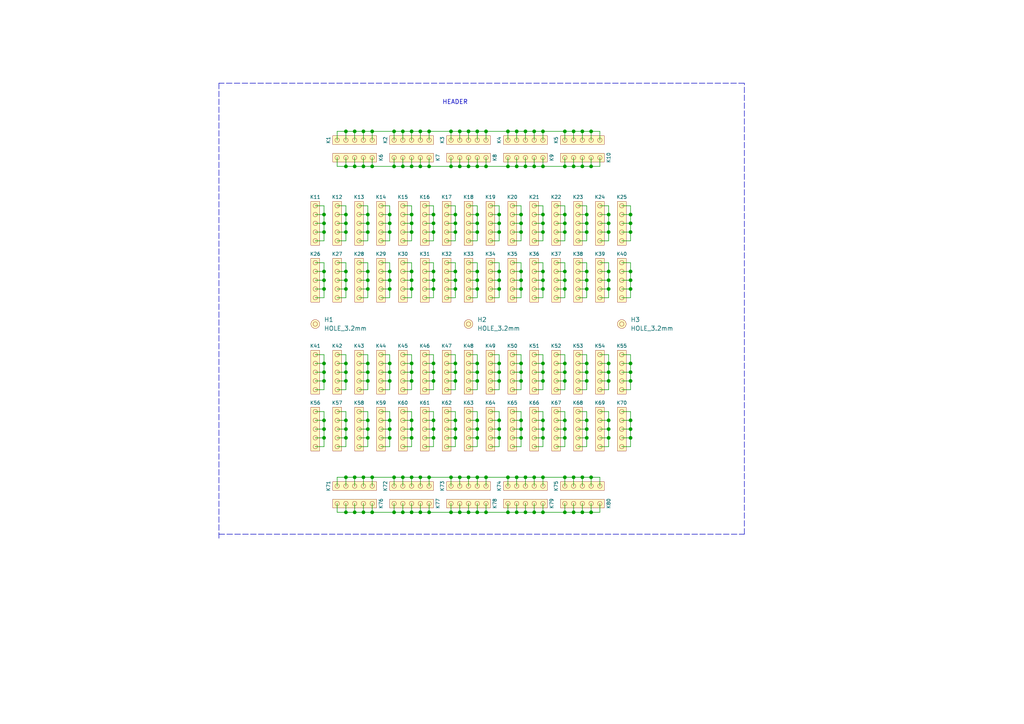
<source format=kicad_sch>
(kicad_sch (version 20210621) (generator eeschema)
  (paper "A4")
  (title_block (title "PCB breadboard") (date "2021-07-15") (rev "V1.1.1.") (company "SOLDERED") (comment 1 "333031"))
  (lib_symbols
    (symbol "e-radionica.com schematics:HEADER_MALE_5X1" (pin_numbers hide) (pin_names hide)
      (property "Reference" "K" (at -0.635 7.62 0))
      (property "Value" "HEADER_MALE_5X1" (at 0.635 -7.62 0))
      (symbol "HEADER_MALE_5X1_1_1"
        (pin passive line (at 0 -5.08 180) (length 0) (name "~") (number "1"))
        (pin passive line (at 0 -2.54 180) (length 0) (name "~") (number "2"))
        (pin passive line (at 0 0 180) (length 0) (name "~") (number "3"))
        (pin passive line (at 0 2.54 180) (length 0) (name "~") (number "4"))
        (pin passive line (at 0 5.08 180) (length 0) (name "~") (number "5"))
      )
    )
    (symbol "e-radionica.com schematics:HOLE_3.2mm" (pin_numbers hide) (pin_names hide)
      (property "Reference" "H" (at 0 2.54 0))
      (property "Value" "HOLE_3.2mm" (at 0 -2.54 0))
    )
  )
  (junction (at 93.98 62.23) (diameter 0.9144))
  (junction (at 93.98 64.77) (diameter 0.9144))
  (junction (at 93.98 67.31) (diameter 0.9144))
  (junction (at 93.98 78.74) (diameter 0.9144))
  (junction (at 93.98 81.28) (diameter 0.9144))
  (junction (at 93.98 83.82) (diameter 0.9144))
  (junction (at 93.98 105.41) (diameter 0.9144))
  (junction (at 93.98 107.95) (diameter 0.9144))
  (junction (at 93.98 110.49) (diameter 0.9144))
  (junction (at 93.98 121.92) (diameter 0.9144))
  (junction (at 93.98 124.46) (diameter 0.9144))
  (junction (at 93.98 127) (diameter 0.9144))
  (junction (at 100.33 38.1) (diameter 0.9144))
  (junction (at 100.33 48.26) (diameter 0.9144))
  (junction (at 100.33 62.23) (diameter 0.9144))
  (junction (at 100.33 64.77) (diameter 0.9144))
  (junction (at 100.33 67.31) (diameter 0.9144))
  (junction (at 100.33 78.74) (diameter 0.9144))
  (junction (at 100.33 81.28) (diameter 0.9144))
  (junction (at 100.33 83.82) (diameter 0.9144))
  (junction (at 100.33 105.41) (diameter 0.9144))
  (junction (at 100.33 107.95) (diameter 0.9144))
  (junction (at 100.33 110.49) (diameter 0.9144))
  (junction (at 100.33 121.92) (diameter 0.9144))
  (junction (at 100.33 124.46) (diameter 0.9144))
  (junction (at 100.33 127) (diameter 0.9144))
  (junction (at 100.33 138.43) (diameter 0.9144))
  (junction (at 100.33 148.59) (diameter 0.9144))
  (junction (at 102.87 38.1) (diameter 0.9144))
  (junction (at 102.87 48.26) (diameter 0.9144))
  (junction (at 102.87 138.43) (diameter 0.9144))
  (junction (at 102.87 148.59) (diameter 0.9144))
  (junction (at 105.41 38.1) (diameter 0.9144))
  (junction (at 105.41 48.26) (diameter 0.9144))
  (junction (at 105.41 138.43) (diameter 0.9144))
  (junction (at 105.41 148.59) (diameter 0.9144))
  (junction (at 106.68 62.23) (diameter 0.9144))
  (junction (at 106.68 64.77) (diameter 0.9144))
  (junction (at 106.68 67.31) (diameter 0.9144))
  (junction (at 106.68 78.74) (diameter 0.9144))
  (junction (at 106.68 81.28) (diameter 0.9144))
  (junction (at 106.68 83.82) (diameter 0.9144))
  (junction (at 106.68 105.41) (diameter 0.9144))
  (junction (at 106.68 107.95) (diameter 0.9144))
  (junction (at 106.68 110.49) (diameter 0.9144))
  (junction (at 106.68 121.92) (diameter 0.9144))
  (junction (at 106.68 124.46) (diameter 0.9144))
  (junction (at 106.68 127) (diameter 0.9144))
  (junction (at 107.95 38.1) (diameter 0.9144))
  (junction (at 107.95 48.26) (diameter 0.9144))
  (junction (at 107.95 138.43) (diameter 0.9144))
  (junction (at 107.95 148.59) (diameter 0.9144))
  (junction (at 113.03 62.23) (diameter 0.9144))
  (junction (at 113.03 64.77) (diameter 0.9144))
  (junction (at 113.03 67.31) (diameter 0.9144))
  (junction (at 113.03 78.74) (diameter 0.9144))
  (junction (at 113.03 81.28) (diameter 0.9144))
  (junction (at 113.03 83.82) (diameter 0.9144))
  (junction (at 113.03 105.41) (diameter 0.9144))
  (junction (at 113.03 107.95) (diameter 0.9144))
  (junction (at 113.03 110.49) (diameter 0.9144))
  (junction (at 113.03 121.92) (diameter 0.9144))
  (junction (at 113.03 124.46) (diameter 0.9144))
  (junction (at 113.03 127) (diameter 0.9144))
  (junction (at 114.3 38.1) (diameter 0.9144))
  (junction (at 114.3 48.26) (diameter 0.9144))
  (junction (at 114.3 138.43) (diameter 0.9144))
  (junction (at 114.3 148.59) (diameter 0.9144))
  (junction (at 116.84 38.1) (diameter 0.9144))
  (junction (at 116.84 48.26) (diameter 0.9144))
  (junction (at 116.84 138.43) (diameter 0.9144))
  (junction (at 116.84 148.59) (diameter 0.9144))
  (junction (at 119.38 38.1) (diameter 0.9144))
  (junction (at 119.38 48.26) (diameter 0.9144))
  (junction (at 119.38 62.23) (diameter 0.9144))
  (junction (at 119.38 64.77) (diameter 0.9144))
  (junction (at 119.38 67.31) (diameter 0.9144))
  (junction (at 119.38 78.74) (diameter 0.9144))
  (junction (at 119.38 81.28) (diameter 0.9144))
  (junction (at 119.38 83.82) (diameter 0.9144))
  (junction (at 119.38 105.41) (diameter 0.9144))
  (junction (at 119.38 107.95) (diameter 0.9144))
  (junction (at 119.38 110.49) (diameter 0.9144))
  (junction (at 119.38 121.92) (diameter 0.9144))
  (junction (at 119.38 124.46) (diameter 0.9144))
  (junction (at 119.38 127) (diameter 0.9144))
  (junction (at 119.38 138.43) (diameter 0.9144))
  (junction (at 119.38 148.59) (diameter 0.9144))
  (junction (at 121.92 38.1) (diameter 0.9144))
  (junction (at 121.92 48.26) (diameter 0.9144))
  (junction (at 121.92 138.43) (diameter 0.9144))
  (junction (at 121.92 148.59) (diameter 0.9144))
  (junction (at 124.46 38.1) (diameter 0.9144))
  (junction (at 124.46 48.26) (diameter 0.9144))
  (junction (at 124.46 138.43) (diameter 0.9144))
  (junction (at 124.46 148.59) (diameter 0.9144))
  (junction (at 125.73 62.23) (diameter 0.9144))
  (junction (at 125.73 64.77) (diameter 0.9144))
  (junction (at 125.73 67.31) (diameter 0.9144))
  (junction (at 125.73 78.74) (diameter 0.9144))
  (junction (at 125.73 81.28) (diameter 0.9144))
  (junction (at 125.73 83.82) (diameter 0.9144))
  (junction (at 125.73 105.41) (diameter 0.9144))
  (junction (at 125.73 107.95) (diameter 0.9144))
  (junction (at 125.73 110.49) (diameter 0.9144))
  (junction (at 125.73 121.92) (diameter 0.9144))
  (junction (at 125.73 124.46) (diameter 0.9144))
  (junction (at 125.73 127) (diameter 0.9144))
  (junction (at 130.81 38.1) (diameter 0.9144))
  (junction (at 130.81 48.26) (diameter 0.9144))
  (junction (at 130.81 138.43) (diameter 0.9144))
  (junction (at 130.81 148.59) (diameter 0.9144))
  (junction (at 132.08 62.23) (diameter 0.9144))
  (junction (at 132.08 64.77) (diameter 0.9144))
  (junction (at 132.08 67.31) (diameter 0.9144))
  (junction (at 132.08 78.74) (diameter 0.9144))
  (junction (at 132.08 81.28) (diameter 0.9144))
  (junction (at 132.08 83.82) (diameter 0.9144))
  (junction (at 132.08 105.41) (diameter 0.9144))
  (junction (at 132.08 107.95) (diameter 0.9144))
  (junction (at 132.08 110.49) (diameter 0.9144))
  (junction (at 132.08 121.92) (diameter 0.9144))
  (junction (at 132.08 124.46) (diameter 0.9144))
  (junction (at 132.08 127) (diameter 0.9144))
  (junction (at 133.35 38.1) (diameter 0.9144))
  (junction (at 133.35 48.26) (diameter 0.9144))
  (junction (at 133.35 138.43) (diameter 0.9144))
  (junction (at 133.35 148.59) (diameter 0.9144))
  (junction (at 135.89 38.1) (diameter 0.9144))
  (junction (at 135.89 48.26) (diameter 0.9144))
  (junction (at 135.89 138.43) (diameter 0.9144))
  (junction (at 135.89 148.59) (diameter 0.9144))
  (junction (at 138.43 38.1) (diameter 0.9144))
  (junction (at 138.43 48.26) (diameter 0.9144))
  (junction (at 138.43 62.23) (diameter 0.9144))
  (junction (at 138.43 64.77) (diameter 0.9144))
  (junction (at 138.43 67.31) (diameter 0.9144))
  (junction (at 138.43 78.74) (diameter 0.9144))
  (junction (at 138.43 81.28) (diameter 0.9144))
  (junction (at 138.43 83.82) (diameter 0.9144))
  (junction (at 138.43 105.41) (diameter 0.9144))
  (junction (at 138.43 107.95) (diameter 0.9144))
  (junction (at 138.43 110.49) (diameter 0.9144))
  (junction (at 138.43 121.92) (diameter 0.9144))
  (junction (at 138.43 124.46) (diameter 0.9144))
  (junction (at 138.43 127) (diameter 0.9144))
  (junction (at 138.43 138.43) (diameter 0.9144))
  (junction (at 138.43 148.59) (diameter 0.9144))
  (junction (at 140.97 38.1) (diameter 0.9144))
  (junction (at 140.97 48.26) (diameter 0.9144))
  (junction (at 140.97 138.43) (diameter 0.9144))
  (junction (at 140.97 148.59) (diameter 0.9144))
  (junction (at 144.78 62.23) (diameter 0.9144))
  (junction (at 144.78 64.77) (diameter 0.9144))
  (junction (at 144.78 67.31) (diameter 0.9144))
  (junction (at 144.78 78.74) (diameter 0.9144))
  (junction (at 144.78 81.28) (diameter 0.9144))
  (junction (at 144.78 83.82) (diameter 0.9144))
  (junction (at 144.78 105.41) (diameter 0.9144))
  (junction (at 144.78 107.95) (diameter 0.9144))
  (junction (at 144.78 110.49) (diameter 0.9144))
  (junction (at 144.78 121.92) (diameter 0.9144))
  (junction (at 144.78 124.46) (diameter 0.9144))
  (junction (at 144.78 127) (diameter 0.9144))
  (junction (at 147.32 38.1) (diameter 0.9144))
  (junction (at 147.32 48.26) (diameter 0.9144))
  (junction (at 147.32 138.43) (diameter 0.9144))
  (junction (at 147.32 148.59) (diameter 0.9144))
  (junction (at 149.86 38.1) (diameter 0.9144))
  (junction (at 149.86 48.26) (diameter 0.9144))
  (junction (at 149.86 138.43) (diameter 0.9144))
  (junction (at 149.86 148.59) (diameter 0.9144))
  (junction (at 151.13 62.23) (diameter 0.9144))
  (junction (at 151.13 64.77) (diameter 0.9144))
  (junction (at 151.13 67.31) (diameter 0.9144))
  (junction (at 151.13 78.74) (diameter 0.9144))
  (junction (at 151.13 81.28) (diameter 0.9144))
  (junction (at 151.13 83.82) (diameter 0.9144))
  (junction (at 151.13 105.41) (diameter 0.9144))
  (junction (at 151.13 107.95) (diameter 0.9144))
  (junction (at 151.13 110.49) (diameter 0.9144))
  (junction (at 151.13 121.92) (diameter 0.9144))
  (junction (at 151.13 124.46) (diameter 0.9144))
  (junction (at 151.13 127) (diameter 0.9144))
  (junction (at 152.4 38.1) (diameter 0.9144))
  (junction (at 152.4 48.26) (diameter 0.9144))
  (junction (at 152.4 138.43) (diameter 0.9144))
  (junction (at 152.4 148.59) (diameter 0.9144))
  (junction (at 154.94 38.1) (diameter 0.9144))
  (junction (at 154.94 48.26) (diameter 0.9144))
  (junction (at 154.94 138.43) (diameter 0.9144))
  (junction (at 154.94 148.59) (diameter 0.9144))
  (junction (at 157.48 38.1) (diameter 0.9144))
  (junction (at 157.48 48.26) (diameter 0.9144))
  (junction (at 157.48 62.23) (diameter 0.9144))
  (junction (at 157.48 64.77) (diameter 0.9144))
  (junction (at 157.48 67.31) (diameter 0.9144))
  (junction (at 157.48 78.74) (diameter 0.9144))
  (junction (at 157.48 81.28) (diameter 0.9144))
  (junction (at 157.48 83.82) (diameter 0.9144))
  (junction (at 157.48 105.41) (diameter 0.9144))
  (junction (at 157.48 107.95) (diameter 0.9144))
  (junction (at 157.48 110.49) (diameter 0.9144))
  (junction (at 157.48 121.92) (diameter 0.9144))
  (junction (at 157.48 124.46) (diameter 0.9144))
  (junction (at 157.48 127) (diameter 0.9144))
  (junction (at 157.48 138.43) (diameter 0.9144))
  (junction (at 157.48 148.59) (diameter 0.9144))
  (junction (at 163.83 38.1) (diameter 0.9144))
  (junction (at 163.83 48.26) (diameter 0.9144))
  (junction (at 163.83 62.23) (diameter 0.9144))
  (junction (at 163.83 64.77) (diameter 0.9144))
  (junction (at 163.83 67.31) (diameter 0.9144))
  (junction (at 163.83 78.74) (diameter 0.9144))
  (junction (at 163.83 81.28) (diameter 0.9144))
  (junction (at 163.83 83.82) (diameter 0.9144))
  (junction (at 163.83 105.41) (diameter 0.9144))
  (junction (at 163.83 107.95) (diameter 0.9144))
  (junction (at 163.83 110.49) (diameter 0.9144))
  (junction (at 163.83 121.92) (diameter 0.9144))
  (junction (at 163.83 124.46) (diameter 0.9144))
  (junction (at 163.83 127) (diameter 0.9144))
  (junction (at 163.83 138.43) (diameter 0.9144))
  (junction (at 163.83 148.59) (diameter 0.9144))
  (junction (at 166.37 38.1) (diameter 0.9144))
  (junction (at 166.37 48.26) (diameter 0.9144))
  (junction (at 166.37 138.43) (diameter 0.9144))
  (junction (at 166.37 148.59) (diameter 0.9144))
  (junction (at 168.91 38.1) (diameter 0.9144))
  (junction (at 168.91 48.26) (diameter 0.9144))
  (junction (at 168.91 138.43) (diameter 0.9144))
  (junction (at 168.91 148.59) (diameter 0.9144))
  (junction (at 170.18 62.23) (diameter 0.9144))
  (junction (at 170.18 64.77) (diameter 0.9144))
  (junction (at 170.18 67.31) (diameter 0.9144))
  (junction (at 170.18 78.74) (diameter 0.9144))
  (junction (at 170.18 81.28) (diameter 0.9144))
  (junction (at 170.18 83.82) (diameter 0.9144))
  (junction (at 170.18 105.41) (diameter 0.9144))
  (junction (at 170.18 107.95) (diameter 0.9144))
  (junction (at 170.18 110.49) (diameter 0.9144))
  (junction (at 170.18 121.92) (diameter 0.9144))
  (junction (at 170.18 124.46) (diameter 0.9144))
  (junction (at 170.18 127) (diameter 0.9144))
  (junction (at 171.45 38.1) (diameter 0.9144))
  (junction (at 171.45 48.26) (diameter 0.9144))
  (junction (at 171.45 138.43) (diameter 0.9144))
  (junction (at 171.45 148.59) (diameter 0.9144))
  (junction (at 176.53 62.23) (diameter 0.9144))
  (junction (at 176.53 64.77) (diameter 0.9144))
  (junction (at 176.53 67.31) (diameter 0.9144))
  (junction (at 176.53 78.74) (diameter 0.9144))
  (junction (at 176.53 81.28) (diameter 0.9144))
  (junction (at 176.53 83.82) (diameter 0.9144))
  (junction (at 176.53 105.41) (diameter 0.9144))
  (junction (at 176.53 107.95) (diameter 0.9144))
  (junction (at 176.53 110.49) (diameter 0.9144))
  (junction (at 176.53 121.92) (diameter 0.9144))
  (junction (at 176.53 124.46) (diameter 0.9144))
  (junction (at 176.53 127) (diameter 0.9144))
  (junction (at 182.88 62.23) (diameter 0.9144))
  (junction (at 182.88 64.77) (diameter 0.9144))
  (junction (at 182.88 67.31) (diameter 0.9144))
  (junction (at 182.88 78.74) (diameter 0.9144))
  (junction (at 182.88 81.28) (diameter 0.9144))
  (junction (at 182.88 83.82) (diameter 0.9144))
  (junction (at 182.88 105.41) (diameter 0.9144))
  (junction (at 182.88 107.95) (diameter 0.9144))
  (junction (at 182.88 110.49) (diameter 0.9144))
  (junction (at 182.88 121.92) (diameter 0.9144))
  (junction (at 182.88 124.46) (diameter 0.9144))
  (junction (at 182.88 127) (diameter 0.9144))
  (wire (pts (xy 91.44 59.69) (xy 93.98 59.69)))
  (wire (pts (xy 91.44 62.23) (xy 93.98 62.23)))
  (wire (pts (xy 91.44 64.77) (xy 93.98 64.77)))
  (wire (pts (xy 91.44 67.31) (xy 93.98 67.31)))
  (wire (pts (xy 91.44 69.85) (xy 93.98 69.85)))
  (wire (pts (xy 91.44 76.2) (xy 93.98 76.2)))
  (wire (pts (xy 91.44 78.74) (xy 93.98 78.74)))
  (wire (pts (xy 91.44 81.28) (xy 93.98 81.28)))
  (wire (pts (xy 91.44 83.82) (xy 93.98 83.82)))
  (wire (pts (xy 91.44 86.36) (xy 93.98 86.36)))
  (wire (pts (xy 91.44 102.87) (xy 93.98 102.87)))
  (wire (pts (xy 91.44 105.41) (xy 93.98 105.41)))
  (wire (pts (xy 91.44 107.95) (xy 93.98 107.95)))
  (wire (pts (xy 91.44 110.49) (xy 93.98 110.49)))
  (wire (pts (xy 91.44 113.03) (xy 93.98 113.03)))
  (wire (pts (xy 91.44 119.38) (xy 93.98 119.38)))
  (wire (pts (xy 91.44 121.92) (xy 93.98 121.92)))
  (wire (pts (xy 91.44 124.46) (xy 93.98 124.46)))
  (wire (pts (xy 91.44 127) (xy 93.98 127)))
  (wire (pts (xy 91.44 129.54) (xy 93.98 129.54)))
  (wire (pts (xy 93.98 59.69) (xy 93.98 62.23)))
  (wire (pts (xy 93.98 62.23) (xy 93.98 64.77)))
  (wire (pts (xy 93.98 64.77) (xy 93.98 67.31)))
  (wire (pts (xy 93.98 67.31) (xy 93.98 69.85)))
  (wire (pts (xy 93.98 76.2) (xy 93.98 78.74)))
  (wire (pts (xy 93.98 78.74) (xy 93.98 81.28)))
  (wire (pts (xy 93.98 81.28) (xy 93.98 83.82)))
  (wire (pts (xy 93.98 83.82) (xy 93.98 86.36)))
  (wire (pts (xy 93.98 102.87) (xy 93.98 105.41)))
  (wire (pts (xy 93.98 105.41) (xy 93.98 107.95)))
  (wire (pts (xy 93.98 107.95) (xy 93.98 110.49)))
  (wire (pts (xy 93.98 110.49) (xy 93.98 113.03)))
  (wire (pts (xy 93.98 119.38) (xy 93.98 121.92)))
  (wire (pts (xy 93.98 121.92) (xy 93.98 124.46)))
  (wire (pts (xy 93.98 124.46) (xy 93.98 127)))
  (wire (pts (xy 93.98 127) (xy 93.98 129.54)))
  (wire (pts (xy 97.79 38.1) (xy 100.33 38.1)))
  (wire (pts (xy 97.79 40.64) (xy 97.79 38.1)))
  (wire (pts (xy 97.79 45.72) (xy 97.79 48.26)))
  (wire (pts (xy 97.79 59.69) (xy 100.33 59.69)))
  (wire (pts (xy 97.79 62.23) (xy 100.33 62.23)))
  (wire (pts (xy 97.79 64.77) (xy 100.33 64.77)))
  (wire (pts (xy 97.79 67.31) (xy 100.33 67.31)))
  (wire (pts (xy 97.79 69.85) (xy 100.33 69.85)))
  (wire (pts (xy 97.79 76.2) (xy 100.33 76.2)))
  (wire (pts (xy 97.79 78.74) (xy 100.33 78.74)))
  (wire (pts (xy 97.79 81.28) (xy 100.33 81.28)))
  (wire (pts (xy 97.79 83.82) (xy 100.33 83.82)))
  (wire (pts (xy 97.79 86.36) (xy 100.33 86.36)))
  (wire (pts (xy 97.79 102.87) (xy 100.33 102.87)))
  (wire (pts (xy 97.79 105.41) (xy 100.33 105.41)))
  (wire (pts (xy 97.79 107.95) (xy 100.33 107.95)))
  (wire (pts (xy 97.79 110.49) (xy 100.33 110.49)))
  (wire (pts (xy 97.79 113.03) (xy 100.33 113.03)))
  (wire (pts (xy 97.79 119.38) (xy 100.33 119.38)))
  (wire (pts (xy 97.79 121.92) (xy 100.33 121.92)))
  (wire (pts (xy 97.79 124.46) (xy 100.33 124.46)))
  (wire (pts (xy 97.79 127) (xy 100.33 127)))
  (wire (pts (xy 97.79 129.54) (xy 100.33 129.54)))
  (wire (pts (xy 97.79 138.43) (xy 100.33 138.43)))
  (wire (pts (xy 97.79 140.97) (xy 97.79 138.43)))
  (wire (pts (xy 97.79 146.05) (xy 97.79 148.59)))
  (wire (pts (xy 100.33 38.1) (xy 102.87 38.1)))
  (wire (pts (xy 100.33 40.64) (xy 100.33 38.1)))
  (wire (pts (xy 100.33 45.72) (xy 100.33 48.26)))
  (wire (pts (xy 100.33 48.26) (xy 97.79 48.26)))
  (wire (pts (xy 100.33 59.69) (xy 100.33 62.23)))
  (wire (pts (xy 100.33 62.23) (xy 100.33 64.77)))
  (wire (pts (xy 100.33 64.77) (xy 100.33 67.31)))
  (wire (pts (xy 100.33 67.31) (xy 100.33 69.85)))
  (wire (pts (xy 100.33 76.2) (xy 100.33 78.74)))
  (wire (pts (xy 100.33 78.74) (xy 100.33 81.28)))
  (wire (pts (xy 100.33 81.28) (xy 100.33 83.82)))
  (wire (pts (xy 100.33 83.82) (xy 100.33 86.36)))
  (wire (pts (xy 100.33 102.87) (xy 100.33 105.41)))
  (wire (pts (xy 100.33 105.41) (xy 100.33 107.95)))
  (wire (pts (xy 100.33 107.95) (xy 100.33 110.49)))
  (wire (pts (xy 100.33 110.49) (xy 100.33 113.03)))
  (wire (pts (xy 100.33 119.38) (xy 100.33 121.92)))
  (wire (pts (xy 100.33 121.92) (xy 100.33 124.46)))
  (wire (pts (xy 100.33 124.46) (xy 100.33 127)))
  (wire (pts (xy 100.33 127) (xy 100.33 129.54)))
  (wire (pts (xy 100.33 138.43) (xy 102.87 138.43)))
  (wire (pts (xy 100.33 140.97) (xy 100.33 138.43)))
  (wire (pts (xy 100.33 146.05) (xy 100.33 148.59)))
  (wire (pts (xy 100.33 148.59) (xy 97.79 148.59)))
  (wire (pts (xy 102.87 38.1) (xy 105.41 38.1)))
  (wire (pts (xy 102.87 40.64) (xy 102.87 38.1)))
  (wire (pts (xy 102.87 45.72) (xy 102.87 48.26)))
  (wire (pts (xy 102.87 48.26) (xy 100.33 48.26)))
  (wire (pts (xy 102.87 138.43) (xy 105.41 138.43)))
  (wire (pts (xy 102.87 140.97) (xy 102.87 138.43)))
  (wire (pts (xy 102.87 146.05) (xy 102.87 148.59)))
  (wire (pts (xy 102.87 148.59) (xy 100.33 148.59)))
  (wire (pts (xy 104.14 59.69) (xy 106.68 59.69)))
  (wire (pts (xy 104.14 62.23) (xy 106.68 62.23)))
  (wire (pts (xy 104.14 64.77) (xy 106.68 64.77)))
  (wire (pts (xy 104.14 67.31) (xy 106.68 67.31)))
  (wire (pts (xy 104.14 69.85) (xy 106.68 69.85)))
  (wire (pts (xy 104.14 76.2) (xy 106.68 76.2)))
  (wire (pts (xy 104.14 78.74) (xy 106.68 78.74)))
  (wire (pts (xy 104.14 81.28) (xy 106.68 81.28)))
  (wire (pts (xy 104.14 83.82) (xy 106.68 83.82)))
  (wire (pts (xy 104.14 86.36) (xy 106.68 86.36)))
  (wire (pts (xy 104.14 102.87) (xy 106.68 102.87)))
  (wire (pts (xy 104.14 105.41) (xy 106.68 105.41)))
  (wire (pts (xy 104.14 107.95) (xy 106.68 107.95)))
  (wire (pts (xy 104.14 110.49) (xy 106.68 110.49)))
  (wire (pts (xy 104.14 113.03) (xy 106.68 113.03)))
  (wire (pts (xy 104.14 119.38) (xy 106.68 119.38)))
  (wire (pts (xy 104.14 121.92) (xy 106.68 121.92)))
  (wire (pts (xy 104.14 124.46) (xy 106.68 124.46)))
  (wire (pts (xy 104.14 127) (xy 106.68 127)))
  (wire (pts (xy 104.14 129.54) (xy 106.68 129.54)))
  (wire (pts (xy 105.41 38.1) (xy 107.95 38.1)))
  (wire (pts (xy 105.41 40.64) (xy 105.41 38.1)))
  (wire (pts (xy 105.41 45.72) (xy 105.41 48.26)))
  (wire (pts (xy 105.41 48.26) (xy 102.87 48.26)))
  (wire (pts (xy 105.41 138.43) (xy 107.95 138.43)))
  (wire (pts (xy 105.41 140.97) (xy 105.41 138.43)))
  (wire (pts (xy 105.41 146.05) (xy 105.41 148.59)))
  (wire (pts (xy 105.41 148.59) (xy 102.87 148.59)))
  (wire (pts (xy 106.68 59.69) (xy 106.68 62.23)))
  (wire (pts (xy 106.68 62.23) (xy 106.68 64.77)))
  (wire (pts (xy 106.68 64.77) (xy 106.68 67.31)))
  (wire (pts (xy 106.68 67.31) (xy 106.68 69.85)))
  (wire (pts (xy 106.68 76.2) (xy 106.68 78.74)))
  (wire (pts (xy 106.68 78.74) (xy 106.68 81.28)))
  (wire (pts (xy 106.68 81.28) (xy 106.68 83.82)))
  (wire (pts (xy 106.68 83.82) (xy 106.68 86.36)))
  (wire (pts (xy 106.68 102.87) (xy 106.68 105.41)))
  (wire (pts (xy 106.68 105.41) (xy 106.68 107.95)))
  (wire (pts (xy 106.68 107.95) (xy 106.68 110.49)))
  (wire (pts (xy 106.68 110.49) (xy 106.68 113.03)))
  (wire (pts (xy 106.68 119.38) (xy 106.68 121.92)))
  (wire (pts (xy 106.68 121.92) (xy 106.68 124.46)))
  (wire (pts (xy 106.68 124.46) (xy 106.68 127)))
  (wire (pts (xy 106.68 127) (xy 106.68 129.54)))
  (wire (pts (xy 107.95 38.1) (xy 114.3 38.1)))
  (wire (pts (xy 107.95 40.64) (xy 107.95 38.1)))
  (wire (pts (xy 107.95 45.72) (xy 107.95 48.26)))
  (wire (pts (xy 107.95 48.26) (xy 105.41 48.26)))
  (wire (pts (xy 107.95 48.26) (xy 114.3 48.26)))
  (wire (pts (xy 107.95 138.43) (xy 114.3 138.43)))
  (wire (pts (xy 107.95 140.97) (xy 107.95 138.43)))
  (wire (pts (xy 107.95 146.05) (xy 107.95 148.59)))
  (wire (pts (xy 107.95 148.59) (xy 105.41 148.59)))
  (wire (pts (xy 107.95 148.59) (xy 114.3 148.59)))
  (wire (pts (xy 110.49 59.69) (xy 113.03 59.69)))
  (wire (pts (xy 110.49 62.23) (xy 113.03 62.23)))
  (wire (pts (xy 110.49 64.77) (xy 113.03 64.77)))
  (wire (pts (xy 110.49 67.31) (xy 113.03 67.31)))
  (wire (pts (xy 110.49 69.85) (xy 113.03 69.85)))
  (wire (pts (xy 110.49 76.2) (xy 113.03 76.2)))
  (wire (pts (xy 110.49 78.74) (xy 113.03 78.74)))
  (wire (pts (xy 110.49 81.28) (xy 113.03 81.28)))
  (wire (pts (xy 110.49 83.82) (xy 113.03 83.82)))
  (wire (pts (xy 110.49 86.36) (xy 113.03 86.36)))
  (wire (pts (xy 110.49 102.87) (xy 113.03 102.87)))
  (wire (pts (xy 110.49 105.41) (xy 113.03 105.41)))
  (wire (pts (xy 110.49 107.95) (xy 113.03 107.95)))
  (wire (pts (xy 110.49 110.49) (xy 113.03 110.49)))
  (wire (pts (xy 110.49 113.03) (xy 113.03 113.03)))
  (wire (pts (xy 110.49 119.38) (xy 113.03 119.38)))
  (wire (pts (xy 110.49 121.92) (xy 113.03 121.92)))
  (wire (pts (xy 110.49 124.46) (xy 113.03 124.46)))
  (wire (pts (xy 110.49 127) (xy 113.03 127)))
  (wire (pts (xy 110.49 129.54) (xy 113.03 129.54)))
  (wire (pts (xy 113.03 59.69) (xy 113.03 62.23)))
  (wire (pts (xy 113.03 62.23) (xy 113.03 64.77)))
  (wire (pts (xy 113.03 64.77) (xy 113.03 67.31)))
  (wire (pts (xy 113.03 67.31) (xy 113.03 69.85)))
  (wire (pts (xy 113.03 76.2) (xy 113.03 78.74)))
  (wire (pts (xy 113.03 78.74) (xy 113.03 81.28)))
  (wire (pts (xy 113.03 81.28) (xy 113.03 83.82)))
  (wire (pts (xy 113.03 83.82) (xy 113.03 86.36)))
  (wire (pts (xy 113.03 102.87) (xy 113.03 105.41)))
  (wire (pts (xy 113.03 105.41) (xy 113.03 107.95)))
  (wire (pts (xy 113.03 107.95) (xy 113.03 110.49)))
  (wire (pts (xy 113.03 110.49) (xy 113.03 113.03)))
  (wire (pts (xy 113.03 119.38) (xy 113.03 121.92)))
  (wire (pts (xy 113.03 121.92) (xy 113.03 124.46)))
  (wire (pts (xy 113.03 124.46) (xy 113.03 127)))
  (wire (pts (xy 113.03 127) (xy 113.03 129.54)))
  (wire (pts (xy 114.3 38.1) (xy 116.84 38.1)))
  (wire (pts (xy 114.3 40.64) (xy 114.3 38.1)))
  (wire (pts (xy 114.3 45.72) (xy 114.3 48.26)))
  (wire (pts (xy 114.3 138.43) (xy 116.84 138.43)))
  (wire (pts (xy 114.3 140.97) (xy 114.3 138.43)))
  (wire (pts (xy 114.3 146.05) (xy 114.3 148.59)))
  (wire (pts (xy 116.84 38.1) (xy 119.38 38.1)))
  (wire (pts (xy 116.84 40.64) (xy 116.84 38.1)))
  (wire (pts (xy 116.84 45.72) (xy 116.84 48.26)))
  (wire (pts (xy 116.84 48.26) (xy 114.3 48.26)))
  (wire (pts (xy 116.84 59.69) (xy 119.38 59.69)))
  (wire (pts (xy 116.84 62.23) (xy 119.38 62.23)))
  (wire (pts (xy 116.84 64.77) (xy 119.38 64.77)))
  (wire (pts (xy 116.84 67.31) (xy 119.38 67.31)))
  (wire (pts (xy 116.84 69.85) (xy 119.38 69.85)))
  (wire (pts (xy 116.84 76.2) (xy 119.38 76.2)))
  (wire (pts (xy 116.84 78.74) (xy 119.38 78.74)))
  (wire (pts (xy 116.84 81.28) (xy 119.38 81.28)))
  (wire (pts (xy 116.84 83.82) (xy 119.38 83.82)))
  (wire (pts (xy 116.84 86.36) (xy 119.38 86.36)))
  (wire (pts (xy 116.84 102.87) (xy 119.38 102.87)))
  (wire (pts (xy 116.84 105.41) (xy 119.38 105.41)))
  (wire (pts (xy 116.84 107.95) (xy 119.38 107.95)))
  (wire (pts (xy 116.84 110.49) (xy 119.38 110.49)))
  (wire (pts (xy 116.84 113.03) (xy 119.38 113.03)))
  (wire (pts (xy 116.84 119.38) (xy 119.38 119.38)))
  (wire (pts (xy 116.84 121.92) (xy 119.38 121.92)))
  (wire (pts (xy 116.84 124.46) (xy 119.38 124.46)))
  (wire (pts (xy 116.84 127) (xy 119.38 127)))
  (wire (pts (xy 116.84 129.54) (xy 119.38 129.54)))
  (wire (pts (xy 116.84 138.43) (xy 119.38 138.43)))
  (wire (pts (xy 116.84 140.97) (xy 116.84 138.43)))
  (wire (pts (xy 116.84 146.05) (xy 116.84 148.59)))
  (wire (pts (xy 116.84 148.59) (xy 114.3 148.59)))
  (wire (pts (xy 119.38 38.1) (xy 121.92 38.1)))
  (wire (pts (xy 119.38 40.64) (xy 119.38 38.1)))
  (wire (pts (xy 119.38 45.72) (xy 119.38 48.26)))
  (wire (pts (xy 119.38 48.26) (xy 116.84 48.26)))
  (wire (pts (xy 119.38 59.69) (xy 119.38 62.23)))
  (wire (pts (xy 119.38 62.23) (xy 119.38 64.77)))
  (wire (pts (xy 119.38 64.77) (xy 119.38 67.31)))
  (wire (pts (xy 119.38 67.31) (xy 119.38 69.85)))
  (wire (pts (xy 119.38 76.2) (xy 119.38 78.74)))
  (wire (pts (xy 119.38 78.74) (xy 119.38 81.28)))
  (wire (pts (xy 119.38 81.28) (xy 119.38 83.82)))
  (wire (pts (xy 119.38 83.82) (xy 119.38 86.36)))
  (wire (pts (xy 119.38 102.87) (xy 119.38 105.41)))
  (wire (pts (xy 119.38 105.41) (xy 119.38 107.95)))
  (wire (pts (xy 119.38 107.95) (xy 119.38 110.49)))
  (wire (pts (xy 119.38 110.49) (xy 119.38 113.03)))
  (wire (pts (xy 119.38 119.38) (xy 119.38 121.92)))
  (wire (pts (xy 119.38 121.92) (xy 119.38 124.46)))
  (wire (pts (xy 119.38 124.46) (xy 119.38 127)))
  (wire (pts (xy 119.38 127) (xy 119.38 129.54)))
  (wire (pts (xy 119.38 138.43) (xy 121.92 138.43)))
  (wire (pts (xy 119.38 140.97) (xy 119.38 138.43)))
  (wire (pts (xy 119.38 146.05) (xy 119.38 148.59)))
  (wire (pts (xy 119.38 148.59) (xy 116.84 148.59)))
  (wire (pts (xy 121.92 38.1) (xy 124.46 38.1)))
  (wire (pts (xy 121.92 40.64) (xy 121.92 38.1)))
  (wire (pts (xy 121.92 45.72) (xy 121.92 48.26)))
  (wire (pts (xy 121.92 48.26) (xy 119.38 48.26)))
  (wire (pts (xy 121.92 138.43) (xy 124.46 138.43)))
  (wire (pts (xy 121.92 140.97) (xy 121.92 138.43)))
  (wire (pts (xy 121.92 146.05) (xy 121.92 148.59)))
  (wire (pts (xy 121.92 148.59) (xy 119.38 148.59)))
  (wire (pts (xy 123.19 59.69) (xy 125.73 59.69)))
  (wire (pts (xy 123.19 62.23) (xy 125.73 62.23)))
  (wire (pts (xy 123.19 64.77) (xy 125.73 64.77)))
  (wire (pts (xy 123.19 67.31) (xy 125.73 67.31)))
  (wire (pts (xy 123.19 69.85) (xy 125.73 69.85)))
  (wire (pts (xy 123.19 76.2) (xy 125.73 76.2)))
  (wire (pts (xy 123.19 78.74) (xy 125.73 78.74)))
  (wire (pts (xy 123.19 81.28) (xy 125.73 81.28)))
  (wire (pts (xy 123.19 83.82) (xy 125.73 83.82)))
  (wire (pts (xy 123.19 86.36) (xy 125.73 86.36)))
  (wire (pts (xy 123.19 102.87) (xy 125.73 102.87)))
  (wire (pts (xy 123.19 105.41) (xy 125.73 105.41)))
  (wire (pts (xy 123.19 107.95) (xy 125.73 107.95)))
  (wire (pts (xy 123.19 110.49) (xy 125.73 110.49)))
  (wire (pts (xy 123.19 113.03) (xy 125.73 113.03)))
  (wire (pts (xy 123.19 119.38) (xy 125.73 119.38)))
  (wire (pts (xy 123.19 121.92) (xy 125.73 121.92)))
  (wire (pts (xy 123.19 124.46) (xy 125.73 124.46)))
  (wire (pts (xy 123.19 127) (xy 125.73 127)))
  (wire (pts (xy 123.19 129.54) (xy 125.73 129.54)))
  (wire (pts (xy 124.46 38.1) (xy 130.81 38.1)))
  (wire (pts (xy 124.46 40.64) (xy 124.46 38.1)))
  (wire (pts (xy 124.46 45.72) (xy 124.46 48.26)))
  (wire (pts (xy 124.46 48.26) (xy 121.92 48.26)))
  (wire (pts (xy 124.46 48.26) (xy 130.81 48.26)))
  (wire (pts (xy 124.46 138.43) (xy 130.81 138.43)))
  (wire (pts (xy 124.46 140.97) (xy 124.46 138.43)))
  (wire (pts (xy 124.46 146.05) (xy 124.46 148.59)))
  (wire (pts (xy 124.46 148.59) (xy 121.92 148.59)))
  (wire (pts (xy 124.46 148.59) (xy 130.81 148.59)))
  (wire (pts (xy 125.73 59.69) (xy 125.73 62.23)))
  (wire (pts (xy 125.73 62.23) (xy 125.73 64.77)))
  (wire (pts (xy 125.73 64.77) (xy 125.73 67.31)))
  (wire (pts (xy 125.73 67.31) (xy 125.73 69.85)))
  (wire (pts (xy 125.73 76.2) (xy 125.73 78.74)))
  (wire (pts (xy 125.73 78.74) (xy 125.73 81.28)))
  (wire (pts (xy 125.73 81.28) (xy 125.73 83.82)))
  (wire (pts (xy 125.73 83.82) (xy 125.73 86.36)))
  (wire (pts (xy 125.73 102.87) (xy 125.73 105.41)))
  (wire (pts (xy 125.73 105.41) (xy 125.73 107.95)))
  (wire (pts (xy 125.73 107.95) (xy 125.73 110.49)))
  (wire (pts (xy 125.73 110.49) (xy 125.73 113.03)))
  (wire (pts (xy 125.73 119.38) (xy 125.73 121.92)))
  (wire (pts (xy 125.73 121.92) (xy 125.73 124.46)))
  (wire (pts (xy 125.73 124.46) (xy 125.73 127)))
  (wire (pts (xy 125.73 127) (xy 125.73 129.54)))
  (wire (pts (xy 129.54 59.69) (xy 132.08 59.69)))
  (wire (pts (xy 129.54 62.23) (xy 132.08 62.23)))
  (wire (pts (xy 129.54 64.77) (xy 132.08 64.77)))
  (wire (pts (xy 129.54 67.31) (xy 132.08 67.31)))
  (wire (pts (xy 129.54 69.85) (xy 132.08 69.85)))
  (wire (pts (xy 129.54 76.2) (xy 132.08 76.2)))
  (wire (pts (xy 129.54 78.74) (xy 132.08 78.74)))
  (wire (pts (xy 129.54 81.28) (xy 132.08 81.28)))
  (wire (pts (xy 129.54 83.82) (xy 132.08 83.82)))
  (wire (pts (xy 129.54 86.36) (xy 132.08 86.36)))
  (wire (pts (xy 129.54 102.87) (xy 132.08 102.87)))
  (wire (pts (xy 129.54 105.41) (xy 132.08 105.41)))
  (wire (pts (xy 129.54 107.95) (xy 132.08 107.95)))
  (wire (pts (xy 129.54 110.49) (xy 132.08 110.49)))
  (wire (pts (xy 129.54 113.03) (xy 132.08 113.03)))
  (wire (pts (xy 129.54 119.38) (xy 132.08 119.38)))
  (wire (pts (xy 129.54 121.92) (xy 132.08 121.92)))
  (wire (pts (xy 129.54 124.46) (xy 132.08 124.46)))
  (wire (pts (xy 129.54 127) (xy 132.08 127)))
  (wire (pts (xy 129.54 129.54) (xy 132.08 129.54)))
  (wire (pts (xy 130.81 38.1) (xy 133.35 38.1)))
  (wire (pts (xy 130.81 40.64) (xy 130.81 38.1)))
  (wire (pts (xy 130.81 45.72) (xy 130.81 48.26)))
  (wire (pts (xy 130.81 138.43) (xy 133.35 138.43)))
  (wire (pts (xy 130.81 140.97) (xy 130.81 138.43)))
  (wire (pts (xy 130.81 146.05) (xy 130.81 148.59)))
  (wire (pts (xy 132.08 59.69) (xy 132.08 62.23)))
  (wire (pts (xy 132.08 62.23) (xy 132.08 64.77)))
  (wire (pts (xy 132.08 64.77) (xy 132.08 67.31)))
  (wire (pts (xy 132.08 67.31) (xy 132.08 69.85)))
  (wire (pts (xy 132.08 76.2) (xy 132.08 78.74)))
  (wire (pts (xy 132.08 78.74) (xy 132.08 81.28)))
  (wire (pts (xy 132.08 81.28) (xy 132.08 83.82)))
  (wire (pts (xy 132.08 83.82) (xy 132.08 86.36)))
  (wire (pts (xy 132.08 102.87) (xy 132.08 105.41)))
  (wire (pts (xy 132.08 105.41) (xy 132.08 107.95)))
  (wire (pts (xy 132.08 107.95) (xy 132.08 110.49)))
  (wire (pts (xy 132.08 110.49) (xy 132.08 113.03)))
  (wire (pts (xy 132.08 119.38) (xy 132.08 121.92)))
  (wire (pts (xy 132.08 121.92) (xy 132.08 124.46)))
  (wire (pts (xy 132.08 124.46) (xy 132.08 127)))
  (wire (pts (xy 132.08 127) (xy 132.08 129.54)))
  (wire (pts (xy 133.35 38.1) (xy 135.89 38.1)))
  (wire (pts (xy 133.35 40.64) (xy 133.35 38.1)))
  (wire (pts (xy 133.35 45.72) (xy 133.35 48.26)))
  (wire (pts (xy 133.35 48.26) (xy 130.81 48.26)))
  (wire (pts (xy 133.35 138.43) (xy 135.89 138.43)))
  (wire (pts (xy 133.35 140.97) (xy 133.35 138.43)))
  (wire (pts (xy 133.35 146.05) (xy 133.35 148.59)))
  (wire (pts (xy 133.35 148.59) (xy 130.81 148.59)))
  (wire (pts (xy 135.89 38.1) (xy 138.43 38.1)))
  (wire (pts (xy 135.89 40.64) (xy 135.89 38.1)))
  (wire (pts (xy 135.89 45.72) (xy 135.89 48.26)))
  (wire (pts (xy 135.89 48.26) (xy 133.35 48.26)))
  (wire (pts (xy 135.89 59.69) (xy 138.43 59.69)))
  (wire (pts (xy 135.89 62.23) (xy 138.43 62.23)))
  (wire (pts (xy 135.89 64.77) (xy 138.43 64.77)))
  (wire (pts (xy 135.89 67.31) (xy 138.43 67.31)))
  (wire (pts (xy 135.89 69.85) (xy 138.43 69.85)))
  (wire (pts (xy 135.89 76.2) (xy 138.43 76.2)))
  (wire (pts (xy 135.89 78.74) (xy 138.43 78.74)))
  (wire (pts (xy 135.89 81.28) (xy 138.43 81.28)))
  (wire (pts (xy 135.89 83.82) (xy 138.43 83.82)))
  (wire (pts (xy 135.89 86.36) (xy 138.43 86.36)))
  (wire (pts (xy 135.89 102.87) (xy 138.43 102.87)))
  (wire (pts (xy 135.89 105.41) (xy 138.43 105.41)))
  (wire (pts (xy 135.89 107.95) (xy 138.43 107.95)))
  (wire (pts (xy 135.89 110.49) (xy 138.43 110.49)))
  (wire (pts (xy 135.89 113.03) (xy 138.43 113.03)))
  (wire (pts (xy 135.89 119.38) (xy 138.43 119.38)))
  (wire (pts (xy 135.89 121.92) (xy 138.43 121.92)))
  (wire (pts (xy 135.89 124.46) (xy 138.43 124.46)))
  (wire (pts (xy 135.89 127) (xy 138.43 127)))
  (wire (pts (xy 135.89 129.54) (xy 138.43 129.54)))
  (wire (pts (xy 135.89 138.43) (xy 138.43 138.43)))
  (wire (pts (xy 135.89 140.97) (xy 135.89 138.43)))
  (wire (pts (xy 135.89 146.05) (xy 135.89 148.59)))
  (wire (pts (xy 135.89 148.59) (xy 133.35 148.59)))
  (wire (pts (xy 138.43 38.1) (xy 140.97 38.1)))
  (wire (pts (xy 138.43 40.64) (xy 138.43 38.1)))
  (wire (pts (xy 138.43 45.72) (xy 138.43 48.26)))
  (wire (pts (xy 138.43 48.26) (xy 135.89 48.26)))
  (wire (pts (xy 138.43 59.69) (xy 138.43 62.23)))
  (wire (pts (xy 138.43 62.23) (xy 138.43 64.77)))
  (wire (pts (xy 138.43 64.77) (xy 138.43 67.31)))
  (wire (pts (xy 138.43 67.31) (xy 138.43 69.85)))
  (wire (pts (xy 138.43 76.2) (xy 138.43 78.74)))
  (wire (pts (xy 138.43 78.74) (xy 138.43 81.28)))
  (wire (pts (xy 138.43 81.28) (xy 138.43 83.82)))
  (wire (pts (xy 138.43 83.82) (xy 138.43 86.36)))
  (wire (pts (xy 138.43 102.87) (xy 138.43 105.41)))
  (wire (pts (xy 138.43 105.41) (xy 138.43 107.95)))
  (wire (pts (xy 138.43 107.95) (xy 138.43 110.49)))
  (wire (pts (xy 138.43 110.49) (xy 138.43 113.03)))
  (wire (pts (xy 138.43 119.38) (xy 138.43 121.92)))
  (wire (pts (xy 138.43 121.92) (xy 138.43 124.46)))
  (wire (pts (xy 138.43 124.46) (xy 138.43 127)))
  (wire (pts (xy 138.43 127) (xy 138.43 129.54)))
  (wire (pts (xy 138.43 138.43) (xy 140.97 138.43)))
  (wire (pts (xy 138.43 140.97) (xy 138.43 138.43)))
  (wire (pts (xy 138.43 146.05) (xy 138.43 148.59)))
  (wire (pts (xy 138.43 148.59) (xy 135.89 148.59)))
  (wire (pts (xy 140.97 38.1) (xy 147.32 38.1)))
  (wire (pts (xy 140.97 40.64) (xy 140.97 38.1)))
  (wire (pts (xy 140.97 45.72) (xy 140.97 48.26)))
  (wire (pts (xy 140.97 48.26) (xy 138.43 48.26)))
  (wire (pts (xy 140.97 48.26) (xy 147.32 48.26)))
  (wire (pts (xy 140.97 138.43) (xy 147.32 138.43)))
  (wire (pts (xy 140.97 140.97) (xy 140.97 138.43)))
  (wire (pts (xy 140.97 146.05) (xy 140.97 148.59)))
  (wire (pts (xy 140.97 148.59) (xy 138.43 148.59)))
  (wire (pts (xy 140.97 148.59) (xy 147.32 148.59)))
  (wire (pts (xy 142.24 59.69) (xy 144.78 59.69)))
  (wire (pts (xy 142.24 62.23) (xy 144.78 62.23)))
  (wire (pts (xy 142.24 64.77) (xy 144.78 64.77)))
  (wire (pts (xy 142.24 67.31) (xy 144.78 67.31)))
  (wire (pts (xy 142.24 69.85) (xy 144.78 69.85)))
  (wire (pts (xy 142.24 76.2) (xy 144.78 76.2)))
  (wire (pts (xy 142.24 78.74) (xy 144.78 78.74)))
  (wire (pts (xy 142.24 81.28) (xy 144.78 81.28)))
  (wire (pts (xy 142.24 83.82) (xy 144.78 83.82)))
  (wire (pts (xy 142.24 86.36) (xy 144.78 86.36)))
  (wire (pts (xy 142.24 102.87) (xy 144.78 102.87)))
  (wire (pts (xy 142.24 105.41) (xy 144.78 105.41)))
  (wire (pts (xy 142.24 107.95) (xy 144.78 107.95)))
  (wire (pts (xy 142.24 110.49) (xy 144.78 110.49)))
  (wire (pts (xy 142.24 113.03) (xy 144.78 113.03)))
  (wire (pts (xy 142.24 119.38) (xy 144.78 119.38)))
  (wire (pts (xy 142.24 121.92) (xy 144.78 121.92)))
  (wire (pts (xy 142.24 124.46) (xy 144.78 124.46)))
  (wire (pts (xy 142.24 127) (xy 144.78 127)))
  (wire (pts (xy 142.24 129.54) (xy 144.78 129.54)))
  (wire (pts (xy 144.78 59.69) (xy 144.78 62.23)))
  (wire (pts (xy 144.78 62.23) (xy 144.78 64.77)))
  (wire (pts (xy 144.78 64.77) (xy 144.78 67.31)))
  (wire (pts (xy 144.78 67.31) (xy 144.78 69.85)))
  (wire (pts (xy 144.78 76.2) (xy 144.78 78.74)))
  (wire (pts (xy 144.78 78.74) (xy 144.78 81.28)))
  (wire (pts (xy 144.78 81.28) (xy 144.78 83.82)))
  (wire (pts (xy 144.78 83.82) (xy 144.78 86.36)))
  (wire (pts (xy 144.78 102.87) (xy 144.78 105.41)))
  (wire (pts (xy 144.78 105.41) (xy 144.78 107.95)))
  (wire (pts (xy 144.78 107.95) (xy 144.78 110.49)))
  (wire (pts (xy 144.78 110.49) (xy 144.78 113.03)))
  (wire (pts (xy 144.78 119.38) (xy 144.78 121.92)))
  (wire (pts (xy 144.78 121.92) (xy 144.78 124.46)))
  (wire (pts (xy 144.78 124.46) (xy 144.78 127)))
  (wire (pts (xy 144.78 127) (xy 144.78 129.54)))
  (wire (pts (xy 147.32 38.1) (xy 149.86 38.1)))
  (wire (pts (xy 147.32 40.64) (xy 147.32 38.1)))
  (wire (pts (xy 147.32 45.72) (xy 147.32 48.26)))
  (wire (pts (xy 147.32 138.43) (xy 149.86 138.43)))
  (wire (pts (xy 147.32 140.97) (xy 147.32 138.43)))
  (wire (pts (xy 147.32 146.05) (xy 147.32 148.59)))
  (wire (pts (xy 148.59 59.69) (xy 151.13 59.69)))
  (wire (pts (xy 148.59 62.23) (xy 151.13 62.23)))
  (wire (pts (xy 148.59 64.77) (xy 151.13 64.77)))
  (wire (pts (xy 148.59 67.31) (xy 151.13 67.31)))
  (wire (pts (xy 148.59 69.85) (xy 151.13 69.85)))
  (wire (pts (xy 148.59 76.2) (xy 151.13 76.2)))
  (wire (pts (xy 148.59 78.74) (xy 151.13 78.74)))
  (wire (pts (xy 148.59 81.28) (xy 151.13 81.28)))
  (wire (pts (xy 148.59 83.82) (xy 151.13 83.82)))
  (wire (pts (xy 148.59 86.36) (xy 151.13 86.36)))
  (wire (pts (xy 148.59 102.87) (xy 151.13 102.87)))
  (wire (pts (xy 148.59 105.41) (xy 151.13 105.41)))
  (wire (pts (xy 148.59 107.95) (xy 151.13 107.95)))
  (wire (pts (xy 148.59 110.49) (xy 151.13 110.49)))
  (wire (pts (xy 148.59 113.03) (xy 151.13 113.03)))
  (wire (pts (xy 148.59 119.38) (xy 151.13 119.38)))
  (wire (pts (xy 148.59 121.92) (xy 151.13 121.92)))
  (wire (pts (xy 148.59 124.46) (xy 151.13 124.46)))
  (wire (pts (xy 148.59 127) (xy 151.13 127)))
  (wire (pts (xy 148.59 129.54) (xy 151.13 129.54)))
  (wire (pts (xy 149.86 38.1) (xy 152.4 38.1)))
  (wire (pts (xy 149.86 40.64) (xy 149.86 38.1)))
  (wire (pts (xy 149.86 45.72) (xy 149.86 48.26)))
  (wire (pts (xy 149.86 48.26) (xy 147.32 48.26)))
  (wire (pts (xy 149.86 138.43) (xy 152.4 138.43)))
  (wire (pts (xy 149.86 140.97) (xy 149.86 138.43)))
  (wire (pts (xy 149.86 146.05) (xy 149.86 148.59)))
  (wire (pts (xy 149.86 148.59) (xy 147.32 148.59)))
  (wire (pts (xy 151.13 59.69) (xy 151.13 62.23)))
  (wire (pts (xy 151.13 62.23) (xy 151.13 64.77)))
  (wire (pts (xy 151.13 64.77) (xy 151.13 67.31)))
  (wire (pts (xy 151.13 67.31) (xy 151.13 69.85)))
  (wire (pts (xy 151.13 76.2) (xy 151.13 78.74)))
  (wire (pts (xy 151.13 78.74) (xy 151.13 81.28)))
  (wire (pts (xy 151.13 81.28) (xy 151.13 83.82)))
  (wire (pts (xy 151.13 83.82) (xy 151.13 86.36)))
  (wire (pts (xy 151.13 102.87) (xy 151.13 105.41)))
  (wire (pts (xy 151.13 105.41) (xy 151.13 107.95)))
  (wire (pts (xy 151.13 107.95) (xy 151.13 110.49)))
  (wire (pts (xy 151.13 110.49) (xy 151.13 113.03)))
  (wire (pts (xy 151.13 119.38) (xy 151.13 121.92)))
  (wire (pts (xy 151.13 121.92) (xy 151.13 124.46)))
  (wire (pts (xy 151.13 124.46) (xy 151.13 127)))
  (wire (pts (xy 151.13 127) (xy 151.13 129.54)))
  (wire (pts (xy 152.4 38.1) (xy 154.94 38.1)))
  (wire (pts (xy 152.4 40.64) (xy 152.4 38.1)))
  (wire (pts (xy 152.4 45.72) (xy 152.4 48.26)))
  (wire (pts (xy 152.4 48.26) (xy 149.86 48.26)))
  (wire (pts (xy 152.4 138.43) (xy 154.94 138.43)))
  (wire (pts (xy 152.4 140.97) (xy 152.4 138.43)))
  (wire (pts (xy 152.4 146.05) (xy 152.4 148.59)))
  (wire (pts (xy 152.4 148.59) (xy 149.86 148.59)))
  (wire (pts (xy 154.94 38.1) (xy 157.48 38.1)))
  (wire (pts (xy 154.94 40.64) (xy 154.94 38.1)))
  (wire (pts (xy 154.94 45.72) (xy 154.94 48.26)))
  (wire (pts (xy 154.94 48.26) (xy 152.4 48.26)))
  (wire (pts (xy 154.94 59.69) (xy 157.48 59.69)))
  (wire (pts (xy 154.94 62.23) (xy 157.48 62.23)))
  (wire (pts (xy 154.94 64.77) (xy 157.48 64.77)))
  (wire (pts (xy 154.94 67.31) (xy 157.48 67.31)))
  (wire (pts (xy 154.94 69.85) (xy 157.48 69.85)))
  (wire (pts (xy 154.94 76.2) (xy 157.48 76.2)))
  (wire (pts (xy 154.94 78.74) (xy 157.48 78.74)))
  (wire (pts (xy 154.94 81.28) (xy 157.48 81.28)))
  (wire (pts (xy 154.94 83.82) (xy 157.48 83.82)))
  (wire (pts (xy 154.94 86.36) (xy 157.48 86.36)))
  (wire (pts (xy 154.94 102.87) (xy 157.48 102.87)))
  (wire (pts (xy 154.94 105.41) (xy 157.48 105.41)))
  (wire (pts (xy 154.94 107.95) (xy 157.48 107.95)))
  (wire (pts (xy 154.94 110.49) (xy 157.48 110.49)))
  (wire (pts (xy 154.94 113.03) (xy 157.48 113.03)))
  (wire (pts (xy 154.94 119.38) (xy 157.48 119.38)))
  (wire (pts (xy 154.94 121.92) (xy 157.48 121.92)))
  (wire (pts (xy 154.94 124.46) (xy 157.48 124.46)))
  (wire (pts (xy 154.94 127) (xy 157.48 127)))
  (wire (pts (xy 154.94 129.54) (xy 157.48 129.54)))
  (wire (pts (xy 154.94 138.43) (xy 157.48 138.43)))
  (wire (pts (xy 154.94 140.97) (xy 154.94 138.43)))
  (wire (pts (xy 154.94 146.05) (xy 154.94 148.59)))
  (wire (pts (xy 154.94 148.59) (xy 152.4 148.59)))
  (wire (pts (xy 157.48 38.1) (xy 163.83 38.1)))
  (wire (pts (xy 157.48 40.64) (xy 157.48 38.1)))
  (wire (pts (xy 157.48 45.72) (xy 157.48 48.26)))
  (wire (pts (xy 157.48 48.26) (xy 154.94 48.26)))
  (wire (pts (xy 157.48 48.26) (xy 163.83 48.26)))
  (wire (pts (xy 157.48 59.69) (xy 157.48 62.23)))
  (wire (pts (xy 157.48 62.23) (xy 157.48 64.77)))
  (wire (pts (xy 157.48 64.77) (xy 157.48 67.31)))
  (wire (pts (xy 157.48 67.31) (xy 157.48 69.85)))
  (wire (pts (xy 157.48 76.2) (xy 157.48 78.74)))
  (wire (pts (xy 157.48 78.74) (xy 157.48 81.28)))
  (wire (pts (xy 157.48 81.28) (xy 157.48 83.82)))
  (wire (pts (xy 157.48 83.82) (xy 157.48 86.36)))
  (wire (pts (xy 157.48 102.87) (xy 157.48 105.41)))
  (wire (pts (xy 157.48 105.41) (xy 157.48 107.95)))
  (wire (pts (xy 157.48 107.95) (xy 157.48 110.49)))
  (wire (pts (xy 157.48 110.49) (xy 157.48 113.03)))
  (wire (pts (xy 157.48 119.38) (xy 157.48 121.92)))
  (wire (pts (xy 157.48 121.92) (xy 157.48 124.46)))
  (wire (pts (xy 157.48 124.46) (xy 157.48 127)))
  (wire (pts (xy 157.48 127) (xy 157.48 129.54)))
  (wire (pts (xy 157.48 138.43) (xy 163.83 138.43)))
  (wire (pts (xy 157.48 140.97) (xy 157.48 138.43)))
  (wire (pts (xy 157.48 146.05) (xy 157.48 148.59)))
  (wire (pts (xy 157.48 148.59) (xy 154.94 148.59)))
  (wire (pts (xy 157.48 148.59) (xy 163.83 148.59)))
  (wire (pts (xy 161.29 59.69) (xy 163.83 59.69)))
  (wire (pts (xy 161.29 62.23) (xy 163.83 62.23)))
  (wire (pts (xy 161.29 64.77) (xy 163.83 64.77)))
  (wire (pts (xy 161.29 67.31) (xy 163.83 67.31)))
  (wire (pts (xy 161.29 69.85) (xy 163.83 69.85)))
  (wire (pts (xy 161.29 76.2) (xy 163.83 76.2)))
  (wire (pts (xy 161.29 78.74) (xy 163.83 78.74)))
  (wire (pts (xy 161.29 81.28) (xy 163.83 81.28)))
  (wire (pts (xy 161.29 83.82) (xy 163.83 83.82)))
  (wire (pts (xy 161.29 86.36) (xy 163.83 86.36)))
  (wire (pts (xy 161.29 102.87) (xy 163.83 102.87)))
  (wire (pts (xy 161.29 105.41) (xy 163.83 105.41)))
  (wire (pts (xy 161.29 107.95) (xy 163.83 107.95)))
  (wire (pts (xy 161.29 110.49) (xy 163.83 110.49)))
  (wire (pts (xy 161.29 113.03) (xy 163.83 113.03)))
  (wire (pts (xy 161.29 119.38) (xy 163.83 119.38)))
  (wire (pts (xy 161.29 121.92) (xy 163.83 121.92)))
  (wire (pts (xy 161.29 124.46) (xy 163.83 124.46)))
  (wire (pts (xy 161.29 127) (xy 163.83 127)))
  (wire (pts (xy 161.29 129.54) (xy 163.83 129.54)))
  (wire (pts (xy 163.83 38.1) (xy 166.37 38.1)))
  (wire (pts (xy 163.83 40.64) (xy 163.83 38.1)))
  (wire (pts (xy 163.83 45.72) (xy 163.83 48.26)))
  (wire (pts (xy 163.83 59.69) (xy 163.83 62.23)))
  (wire (pts (xy 163.83 62.23) (xy 163.83 64.77)))
  (wire (pts (xy 163.83 64.77) (xy 163.83 67.31)))
  (wire (pts (xy 163.83 67.31) (xy 163.83 69.85)))
  (wire (pts (xy 163.83 76.2) (xy 163.83 78.74)))
  (wire (pts (xy 163.83 78.74) (xy 163.83 81.28)))
  (wire (pts (xy 163.83 81.28) (xy 163.83 83.82)))
  (wire (pts (xy 163.83 83.82) (xy 163.83 86.36)))
  (wire (pts (xy 163.83 102.87) (xy 163.83 105.41)))
  (wire (pts (xy 163.83 105.41) (xy 163.83 107.95)))
  (wire (pts (xy 163.83 107.95) (xy 163.83 110.49)))
  (wire (pts (xy 163.83 110.49) (xy 163.83 113.03)))
  (wire (pts (xy 163.83 119.38) (xy 163.83 121.92)))
  (wire (pts (xy 163.83 121.92) (xy 163.83 124.46)))
  (wire (pts (xy 163.83 124.46) (xy 163.83 127)))
  (wire (pts (xy 163.83 127) (xy 163.83 129.54)))
  (wire (pts (xy 163.83 138.43) (xy 166.37 138.43)))
  (wire (pts (xy 163.83 140.97) (xy 163.83 138.43)))
  (wire (pts (xy 163.83 146.05) (xy 163.83 148.59)))
  (wire (pts (xy 166.37 38.1) (xy 168.91 38.1)))
  (wire (pts (xy 166.37 40.64) (xy 166.37 38.1)))
  (wire (pts (xy 166.37 45.72) (xy 166.37 48.26)))
  (wire (pts (xy 166.37 48.26) (xy 163.83 48.26)))
  (wire (pts (xy 166.37 138.43) (xy 168.91 138.43)))
  (wire (pts (xy 166.37 140.97) (xy 166.37 138.43)))
  (wire (pts (xy 166.37 146.05) (xy 166.37 148.59)))
  (wire (pts (xy 166.37 148.59) (xy 163.83 148.59)))
  (wire (pts (xy 167.64 59.69) (xy 170.18 59.69)))
  (wire (pts (xy 167.64 62.23) (xy 170.18 62.23)))
  (wire (pts (xy 167.64 64.77) (xy 170.18 64.77)))
  (wire (pts (xy 167.64 67.31) (xy 170.18 67.31)))
  (wire (pts (xy 167.64 69.85) (xy 170.18 69.85)))
  (wire (pts (xy 167.64 76.2) (xy 170.18 76.2)))
  (wire (pts (xy 167.64 78.74) (xy 170.18 78.74)))
  (wire (pts (xy 167.64 81.28) (xy 170.18 81.28)))
  (wire (pts (xy 167.64 83.82) (xy 170.18 83.82)))
  (wire (pts (xy 167.64 86.36) (xy 170.18 86.36)))
  (wire (pts (xy 167.64 102.87) (xy 170.18 102.87)))
  (wire (pts (xy 167.64 105.41) (xy 170.18 105.41)))
  (wire (pts (xy 167.64 107.95) (xy 170.18 107.95)))
  (wire (pts (xy 167.64 110.49) (xy 170.18 110.49)))
  (wire (pts (xy 167.64 113.03) (xy 170.18 113.03)))
  (wire (pts (xy 167.64 119.38) (xy 170.18 119.38)))
  (wire (pts (xy 167.64 121.92) (xy 170.18 121.92)))
  (wire (pts (xy 167.64 124.46) (xy 170.18 124.46)))
  (wire (pts (xy 167.64 127) (xy 170.18 127)))
  (wire (pts (xy 167.64 129.54) (xy 170.18 129.54)))
  (wire (pts (xy 168.91 38.1) (xy 171.45 38.1)))
  (wire (pts (xy 168.91 40.64) (xy 168.91 38.1)))
  (wire (pts (xy 168.91 45.72) (xy 168.91 48.26)))
  (wire (pts (xy 168.91 48.26) (xy 166.37 48.26)))
  (wire (pts (xy 168.91 138.43) (xy 171.45 138.43)))
  (wire (pts (xy 168.91 140.97) (xy 168.91 138.43)))
  (wire (pts (xy 168.91 146.05) (xy 168.91 148.59)))
  (wire (pts (xy 168.91 148.59) (xy 166.37 148.59)))
  (wire (pts (xy 170.18 59.69) (xy 170.18 62.23)))
  (wire (pts (xy 170.18 62.23) (xy 170.18 64.77)))
  (wire (pts (xy 170.18 64.77) (xy 170.18 67.31)))
  (wire (pts (xy 170.18 67.31) (xy 170.18 69.85)))
  (wire (pts (xy 170.18 76.2) (xy 170.18 78.74)))
  (wire (pts (xy 170.18 78.74) (xy 170.18 81.28)))
  (wire (pts (xy 170.18 81.28) (xy 170.18 83.82)))
  (wire (pts (xy 170.18 83.82) (xy 170.18 86.36)))
  (wire (pts (xy 170.18 102.87) (xy 170.18 105.41)))
  (wire (pts (xy 170.18 105.41) (xy 170.18 107.95)))
  (wire (pts (xy 170.18 107.95) (xy 170.18 110.49)))
  (wire (pts (xy 170.18 110.49) (xy 170.18 113.03)))
  (wire (pts (xy 170.18 119.38) (xy 170.18 121.92)))
  (wire (pts (xy 170.18 121.92) (xy 170.18 124.46)))
  (wire (pts (xy 170.18 124.46) (xy 170.18 127)))
  (wire (pts (xy 170.18 127) (xy 170.18 129.54)))
  (wire (pts (xy 171.45 38.1) (xy 173.99 38.1)))
  (wire (pts (xy 171.45 40.64) (xy 171.45 38.1)))
  (wire (pts (xy 171.45 45.72) (xy 171.45 48.26)))
  (wire (pts (xy 171.45 48.26) (xy 168.91 48.26)))
  (wire (pts (xy 171.45 138.43) (xy 173.99 138.43)))
  (wire (pts (xy 171.45 140.97) (xy 171.45 138.43)))
  (wire (pts (xy 171.45 146.05) (xy 171.45 148.59)))
  (wire (pts (xy 171.45 148.59) (xy 168.91 148.59)))
  (wire (pts (xy 173.99 40.64) (xy 173.99 38.1)))
  (wire (pts (xy 173.99 45.72) (xy 173.99 48.26)))
  (wire (pts (xy 173.99 48.26) (xy 171.45 48.26)))
  (wire (pts (xy 173.99 59.69) (xy 176.53 59.69)))
  (wire (pts (xy 173.99 62.23) (xy 176.53 62.23)))
  (wire (pts (xy 173.99 64.77) (xy 176.53 64.77)))
  (wire (pts (xy 173.99 67.31) (xy 176.53 67.31)))
  (wire (pts (xy 173.99 69.85) (xy 176.53 69.85)))
  (wire (pts (xy 173.99 76.2) (xy 176.53 76.2)))
  (wire (pts (xy 173.99 78.74) (xy 176.53 78.74)))
  (wire (pts (xy 173.99 81.28) (xy 176.53 81.28)))
  (wire (pts (xy 173.99 83.82) (xy 176.53 83.82)))
  (wire (pts (xy 173.99 86.36) (xy 176.53 86.36)))
  (wire (pts (xy 173.99 102.87) (xy 176.53 102.87)))
  (wire (pts (xy 173.99 105.41) (xy 176.53 105.41)))
  (wire (pts (xy 173.99 107.95) (xy 176.53 107.95)))
  (wire (pts (xy 173.99 110.49) (xy 176.53 110.49)))
  (wire (pts (xy 173.99 113.03) (xy 176.53 113.03)))
  (wire (pts (xy 173.99 119.38) (xy 176.53 119.38)))
  (wire (pts (xy 173.99 121.92) (xy 176.53 121.92)))
  (wire (pts (xy 173.99 124.46) (xy 176.53 124.46)))
  (wire (pts (xy 173.99 127) (xy 176.53 127)))
  (wire (pts (xy 173.99 129.54) (xy 176.53 129.54)))
  (wire (pts (xy 173.99 140.97) (xy 173.99 138.43)))
  (wire (pts (xy 173.99 146.05) (xy 173.99 148.59)))
  (wire (pts (xy 173.99 148.59) (xy 171.45 148.59)))
  (wire (pts (xy 176.53 59.69) (xy 176.53 62.23)))
  (wire (pts (xy 176.53 62.23) (xy 176.53 64.77)))
  (wire (pts (xy 176.53 64.77) (xy 176.53 67.31)))
  (wire (pts (xy 176.53 67.31) (xy 176.53 69.85)))
  (wire (pts (xy 176.53 76.2) (xy 176.53 78.74)))
  (wire (pts (xy 176.53 78.74) (xy 176.53 81.28)))
  (wire (pts (xy 176.53 81.28) (xy 176.53 83.82)))
  (wire (pts (xy 176.53 83.82) (xy 176.53 86.36)))
  (wire (pts (xy 176.53 102.87) (xy 176.53 105.41)))
  (wire (pts (xy 176.53 105.41) (xy 176.53 107.95)))
  (wire (pts (xy 176.53 107.95) (xy 176.53 110.49)))
  (wire (pts (xy 176.53 110.49) (xy 176.53 113.03)))
  (wire (pts (xy 176.53 119.38) (xy 176.53 121.92)))
  (wire (pts (xy 176.53 121.92) (xy 176.53 124.46)))
  (wire (pts (xy 176.53 124.46) (xy 176.53 127)))
  (wire (pts (xy 176.53 127) (xy 176.53 129.54)))
  (wire (pts (xy 180.34 59.69) (xy 182.88 59.69)))
  (wire (pts (xy 180.34 62.23) (xy 182.88 62.23)))
  (wire (pts (xy 180.34 64.77) (xy 182.88 64.77)))
  (wire (pts (xy 180.34 67.31) (xy 182.88 67.31)))
  (wire (pts (xy 180.34 69.85) (xy 182.88 69.85)))
  (wire (pts (xy 180.34 76.2) (xy 182.88 76.2)))
  (wire (pts (xy 180.34 78.74) (xy 182.88 78.74)))
  (wire (pts (xy 180.34 81.28) (xy 182.88 81.28)))
  (wire (pts (xy 180.34 83.82) (xy 182.88 83.82)))
  (wire (pts (xy 180.34 86.36) (xy 182.88 86.36)))
  (wire (pts (xy 180.34 102.87) (xy 182.88 102.87)))
  (wire (pts (xy 180.34 105.41) (xy 182.88 105.41)))
  (wire (pts (xy 180.34 107.95) (xy 182.88 107.95)))
  (wire (pts (xy 180.34 110.49) (xy 182.88 110.49)))
  (wire (pts (xy 180.34 113.03) (xy 182.88 113.03)))
  (wire (pts (xy 180.34 119.38) (xy 182.88 119.38)))
  (wire (pts (xy 180.34 121.92) (xy 182.88 121.92)))
  (wire (pts (xy 180.34 124.46) (xy 182.88 124.46)))
  (wire (pts (xy 180.34 127) (xy 182.88 127)))
  (wire (pts (xy 180.34 129.54) (xy 182.88 129.54)))
  (wire (pts (xy 182.88 59.69) (xy 182.88 62.23)))
  (wire (pts (xy 182.88 62.23) (xy 182.88 64.77)))
  (wire (pts (xy 182.88 64.77) (xy 182.88 67.31)))
  (wire (pts (xy 182.88 67.31) (xy 182.88 69.85)))
  (wire (pts (xy 182.88 76.2) (xy 182.88 78.74)))
  (wire (pts (xy 182.88 78.74) (xy 182.88 81.28)))
  (wire (pts (xy 182.88 81.28) (xy 182.88 83.82)))
  (wire (pts (xy 182.88 83.82) (xy 182.88 86.36)))
  (wire (pts (xy 182.88 102.87) (xy 182.88 105.41)))
  (wire (pts (xy 182.88 105.41) (xy 182.88 107.95)))
  (wire (pts (xy 182.88 107.95) (xy 182.88 110.49)))
  (wire (pts (xy 182.88 110.49) (xy 182.88 113.03)))
  (wire (pts (xy 182.88 119.38) (xy 182.88 121.92)))
  (wire (pts (xy 182.88 121.92) (xy 182.88 124.46)))
  (wire (pts (xy 182.88 124.46) (xy 182.88 127)))
  (wire (pts (xy 182.88 127) (xy 182.88 129.54)))
  (polyline (pts (xy 63.5 24.13) (xy 63.5 156.21)) (stroke (width 0) (type dash)))
  (polyline (pts (xy 63.5 154.94) (xy 215.9 154.94)) (stroke (width 0) (type dash)))
  (polyline (pts (xy 215.9 24.13) (xy 63.5 24.13)) (stroke (width 0) (type dash)))
  (polyline (pts (xy 215.9 154.94) (xy 215.9 24.13)) (stroke (width 0) (type dash)))
  (text "HEADER" (at 128.27 30.48 0) (effects (font (size 1.27 1.27)) (justify left bottom)))
  (symbol (lib_id "e-radionica.com schematics:HOLE_3.2mm") (at 91.44 93.98 0) (unit 1)
    (property "Reference" "H1" (at 93.98 92.71 0) (effects (justify left)))
    (property "Value" "HOLE_3.2mm" (at 93.98 95.25 0) (effects (justify left)))
    (property "Footprint" "e-radionica.com footprinti:HOLE_3.2mm" (effects hide))
  )
  (symbol (lib_id "e-radionica.com schematics:HOLE_3.2mm") (at 135.89 93.98 0) (unit 1)
    (property "Reference" "H2" (at 138.43 92.71 0) (effects (justify left)))
    (property "Value" "HOLE_3.2mm" (at 138.43 95.25 0) (effects (justify left)))
    (property "Footprint" "e-radionica.com footprinti:HOLE_3.2mm" (effects hide))
  )
  (symbol (lib_id "e-radionica.com schematics:HOLE_3.2mm") (at 180.34 93.98 0) (unit 1)
    (property "Reference" "H3" (at 182.88 92.71 0) (effects (justify left)))
    (property "Value" "HOLE_3.2mm" (at 182.88 95.25 0) (effects (justify left)))
    (property "Footprint" "e-radionica.com footprinti:HOLE_3.2mm" (effects hide))
  )
  (symbol (lib_id "e-radionica.com schematics:HEADER_MALE_5X1") (at 91.44 64.77 0) (unit 1)
    (property "Reference" "K11" (at 91.44 57.15 0) (effects (font (size 1 1))))
    (property "Value" "HEADER_MALE_5X1" (effects hide))
    (property "Footprint" "e-radionica.com footprinti:HEADER_MALE_5X1" (effects hide))
  )
  (symbol (lib_id "e-radionica.com schematics:HEADER_MALE_5X1") (at 91.44 81.28 0) (unit 1)
    (property "Reference" "K26" (at 91.44 73.66 0) (effects (font (size 1 1))))
    (property "Value" "HEADER_MALE_5X1" (effects hide))
    (property "Footprint" "e-radionica.com footprinti:HEADER_MALE_5X1" (effects hide))
  )
  (symbol (lib_id "e-radionica.com schematics:HEADER_MALE_5X1") (at 91.44 107.95 0) (unit 1)
    (property "Reference" "K41" (at 91.44 100.33 0) (effects (font (size 1 1))))
    (property "Value" "HEADER_MALE_5X1" (effects hide))
    (property "Footprint" "e-radionica.com footprinti:HEADER_MALE_5X1" (effects hide))
  )
  (symbol (lib_id "e-radionica.com schematics:HEADER_MALE_5X1") (at 91.44 124.46 0) (unit 1)
    (property "Reference" "K56" (at 91.44 116.84 0) (effects (font (size 1 1))))
    (property "Value" "HEADER_MALE_5X1" (effects hide))
    (property "Footprint" "e-radionica.com footprinti:HEADER_MALE_5X1" (effects hide))
  )
  (symbol (lib_id "e-radionica.com schematics:HEADER_MALE_5X1") (at 97.79 64.77 0) (unit 1)
    (property "Reference" "K12" (at 97.79 57.15 0) (effects (font (size 1 1))))
    (property "Value" "HEADER_MALE_5X1" (effects hide))
    (property "Footprint" "e-radionica.com footprinti:HEADER_MALE_5X1" (effects hide))
  )
  (symbol (lib_id "e-radionica.com schematics:HEADER_MALE_5X1") (at 97.79 81.28 0) (unit 1)
    (property "Reference" "K27" (at 97.79 73.66 0) (effects (font (size 1 1))))
    (property "Value" "HEADER_MALE_5X1" (effects hide))
    (property "Footprint" "e-radionica.com footprinti:HEADER_MALE_5X1" (effects hide))
  )
  (symbol (lib_id "e-radionica.com schematics:HEADER_MALE_5X1") (at 97.79 107.95 0) (unit 1)
    (property "Reference" "K42" (at 97.79 100.33 0) (effects (font (size 1 1))))
    (property "Value" "HEADER_MALE_5X1" (effects hide))
    (property "Footprint" "e-radionica.com footprinti:HEADER_MALE_5X1" (effects hide))
  )
  (symbol (lib_id "e-radionica.com schematics:HEADER_MALE_5X1") (at 97.79 124.46 0) (unit 1)
    (property "Reference" "K57" (at 97.79 116.84 0) (effects (font (size 1 1))))
    (property "Value" "HEADER_MALE_5X1" (effects hide))
    (property "Footprint" "e-radionica.com footprinti:HEADER_MALE_5X1" (effects hide))
  )
  (symbol (lib_id "e-radionica.com schematics:HEADER_MALE_5X1") (at 102.87 40.64 90) (unit 1)
    (property "Reference" "K1" (at 95.25 40.64 0) (effects (font (size 1 1))))
    (property "Value" "HEADER_MALE_5X1" (effects hide))
    (property "Footprint" "e-radionica.com footprinti:HEADER_MALE_5X1" (effects hide))
  )
  (symbol (lib_id "e-radionica.com schematics:HEADER_MALE_5X1") (at 102.87 45.72 270) (unit 1)
    (property "Reference" "K6" (at 110.49 45.72 0) (effects (font (size 1 1))))
    (property "Value" "HEADER_MALE_5X1" (effects hide))
    (property "Footprint" "e-radionica.com footprinti:HEADER_MALE_5X1" (effects hide))
  )
  (symbol (lib_id "e-radionica.com schematics:HEADER_MALE_5X1") (at 102.87 140.97 90) (unit 1)
    (property "Reference" "K71" (at 95.25 140.97 0) (effects (font (size 1 1))))
    (property "Value" "HEADER_MALE_5X1" (effects hide))
    (property "Footprint" "e-radionica.com footprinti:HEADER_MALE_5X1" (effects hide))
  )
  (symbol (lib_id "e-radionica.com schematics:HEADER_MALE_5X1") (at 102.87 146.05 270) (unit 1)
    (property "Reference" "K76" (at 110.49 146.05 0) (effects (font (size 1 1))))
    (property "Value" "HEADER_MALE_5X1" (effects hide))
    (property "Footprint" "e-radionica.com footprinti:HEADER_MALE_5X1" (effects hide))
  )
  (symbol (lib_id "e-radionica.com schematics:HEADER_MALE_5X1") (at 104.14 64.77 0) (unit 1)
    (property "Reference" "K13" (at 104.14 57.15 0) (effects (font (size 1 1))))
    (property "Value" "HEADER_MALE_5X1" (effects hide))
    (property "Footprint" "e-radionica.com footprinti:HEADER_MALE_5X1" (effects hide))
  )
  (symbol (lib_id "e-radionica.com schematics:HEADER_MALE_5X1") (at 104.14 81.28 0) (unit 1)
    (property "Reference" "K28" (at 104.14 73.66 0) (effects (font (size 1 1))))
    (property "Value" "HEADER_MALE_5X1" (effects hide))
    (property "Footprint" "e-radionica.com footprinti:HEADER_MALE_5X1" (effects hide))
  )
  (symbol (lib_id "e-radionica.com schematics:HEADER_MALE_5X1") (at 104.14 107.95 0) (unit 1)
    (property "Reference" "K43" (at 104.14 100.33 0) (effects (font (size 1 1))))
    (property "Value" "HEADER_MALE_5X1" (effects hide))
    (property "Footprint" "e-radionica.com footprinti:HEADER_MALE_5X1" (effects hide))
  )
  (symbol (lib_id "e-radionica.com schematics:HEADER_MALE_5X1") (at 104.14 124.46 0) (unit 1)
    (property "Reference" "K58" (at 104.14 116.84 0) (effects (font (size 1 1))))
    (property "Value" "HEADER_MALE_5X1" (effects hide))
    (property "Footprint" "e-radionica.com footprinti:HEADER_MALE_5X1" (effects hide))
  )
  (symbol (lib_id "e-radionica.com schematics:HEADER_MALE_5X1") (at 110.49 64.77 0) (unit 1)
    (property "Reference" "K14" (at 110.49 57.15 0) (effects (font (size 1 1))))
    (property "Value" "HEADER_MALE_5X1" (effects hide))
    (property "Footprint" "e-radionica.com footprinti:HEADER_MALE_5X1" (effects hide))
  )
  (symbol (lib_id "e-radionica.com schematics:HEADER_MALE_5X1") (at 110.49 81.28 0) (unit 1)
    (property "Reference" "K29" (at 110.49 73.66 0) (effects (font (size 1 1))))
    (property "Value" "HEADER_MALE_5X1" (effects hide))
    (property "Footprint" "e-radionica.com footprinti:HEADER_MALE_5X1" (effects hide))
  )
  (symbol (lib_id "e-radionica.com schematics:HEADER_MALE_5X1") (at 110.49 107.95 0) (unit 1)
    (property "Reference" "K44" (at 110.49 100.33 0) (effects (font (size 1 1))))
    (property "Value" "HEADER_MALE_5X1" (effects hide))
    (property "Footprint" "e-radionica.com footprinti:HEADER_MALE_5X1" (effects hide))
  )
  (symbol (lib_id "e-radionica.com schematics:HEADER_MALE_5X1") (at 110.49 124.46 0) (unit 1)
    (property "Reference" "K59" (at 110.49 116.84 0) (effects (font (size 1 1))))
    (property "Value" "HEADER_MALE_5X1" (effects hide))
    (property "Footprint" "e-radionica.com footprinti:HEADER_MALE_5X1" (effects hide))
  )
  (symbol (lib_id "e-radionica.com schematics:HEADER_MALE_5X1") (at 116.84 64.77 0) (unit 1)
    (property "Reference" "K15" (at 116.84 57.15 0) (effects (font (size 1 1))))
    (property "Value" "HEADER_MALE_5X1" (effects hide))
    (property "Footprint" "e-radionica.com footprinti:HEADER_MALE_5X1" (effects hide))
  )
  (symbol (lib_id "e-radionica.com schematics:HEADER_MALE_5X1") (at 116.84 81.28 0) (unit 1)
    (property "Reference" "K30" (at 116.84 73.66 0) (effects (font (size 1 1))))
    (property "Value" "HEADER_MALE_5X1" (effects hide))
    (property "Footprint" "e-radionica.com footprinti:HEADER_MALE_5X1" (effects hide))
  )
  (symbol (lib_id "e-radionica.com schematics:HEADER_MALE_5X1") (at 116.84 107.95 0) (unit 1)
    (property "Reference" "K45" (at 116.84 100.33 0) (effects (font (size 1 1))))
    (property "Value" "HEADER_MALE_5X1" (effects hide))
    (property "Footprint" "e-radionica.com footprinti:HEADER_MALE_5X1" (effects hide))
  )
  (symbol (lib_id "e-radionica.com schematics:HEADER_MALE_5X1") (at 116.84 124.46 0) (unit 1)
    (property "Reference" "K60" (at 116.84 116.84 0) (effects (font (size 1 1))))
    (property "Value" "HEADER_MALE_5X1" (effects hide))
    (property "Footprint" "e-radionica.com footprinti:HEADER_MALE_5X1" (effects hide))
  )
  (symbol (lib_id "e-radionica.com schematics:HEADER_MALE_5X1") (at 119.38 40.64 90) (unit 1)
    (property "Reference" "K2" (at 111.76 40.64 0) (effects (font (size 1 1))))
    (property "Value" "HEADER_MALE_5X1" (effects hide))
    (property "Footprint" "e-radionica.com footprinti:HEADER_MALE_5X1" (effects hide))
  )
  (symbol (lib_id "e-radionica.com schematics:HEADER_MALE_5X1") (at 119.38 45.72 270) (unit 1)
    (property "Reference" "K7" (at 127 45.72 0) (effects (font (size 1 1))))
    (property "Value" "HEADER_MALE_5X1" (effects hide))
    (property "Footprint" "e-radionica.com footprinti:HEADER_MALE_5X1" (effects hide))
  )
  (symbol (lib_id "e-radionica.com schematics:HEADER_MALE_5X1") (at 119.38 140.97 90) (unit 1)
    (property "Reference" "K72" (at 111.76 140.97 0) (effects (font (size 1 1))))
    (property "Value" "HEADER_MALE_5X1" (effects hide))
    (property "Footprint" "e-radionica.com footprinti:HEADER_MALE_5X1" (effects hide))
  )
  (symbol (lib_id "e-radionica.com schematics:HEADER_MALE_5X1") (at 119.38 146.05 270) (unit 1)
    (property "Reference" "K77" (at 127 146.05 0) (effects (font (size 1 1))))
    (property "Value" "HEADER_MALE_5X1" (effects hide))
    (property "Footprint" "e-radionica.com footprinti:HEADER_MALE_5X1" (effects hide))
  )
  (symbol (lib_id "e-radionica.com schematics:HEADER_MALE_5X1") (at 123.19 64.77 0) (unit 1)
    (property "Reference" "K16" (at 123.19 57.15 0) (effects (font (size 1 1))))
    (property "Value" "HEADER_MALE_5X1" (effects hide))
    (property "Footprint" "e-radionica.com footprinti:HEADER_MALE_5X1" (effects hide))
  )
  (symbol (lib_id "e-radionica.com schematics:HEADER_MALE_5X1") (at 123.19 81.28 0) (unit 1)
    (property "Reference" "K31" (at 123.19 73.66 0) (effects (font (size 1 1))))
    (property "Value" "HEADER_MALE_5X1" (effects hide))
    (property "Footprint" "e-radionica.com footprinti:HEADER_MALE_5X1" (effects hide))
  )
  (symbol (lib_id "e-radionica.com schematics:HEADER_MALE_5X1") (at 123.19 107.95 0) (unit 1)
    (property "Reference" "K46" (at 123.19 100.33 0) (effects (font (size 1 1))))
    (property "Value" "HEADER_MALE_5X1" (effects hide))
    (property "Footprint" "e-radionica.com footprinti:HEADER_MALE_5X1" (effects hide))
  )
  (symbol (lib_id "e-radionica.com schematics:HEADER_MALE_5X1") (at 123.19 124.46 0) (unit 1)
    (property "Reference" "K61" (at 123.19 116.84 0) (effects (font (size 1 1))))
    (property "Value" "HEADER_MALE_5X1" (effects hide))
    (property "Footprint" "e-radionica.com footprinti:HEADER_MALE_5X1" (effects hide))
  )
  (symbol (lib_id "e-radionica.com schematics:HEADER_MALE_5X1") (at 129.54 64.77 0) (unit 1)
    (property "Reference" "K17" (at 129.54 57.15 0) (effects (font (size 1 1))))
    (property "Value" "HEADER_MALE_5X1" (effects hide))
    (property "Footprint" "e-radionica.com footprinti:HEADER_MALE_5X1" (effects hide))
  )
  (symbol (lib_id "e-radionica.com schematics:HEADER_MALE_5X1") (at 129.54 81.28 0) (unit 1)
    (property "Reference" "K32" (at 129.54 73.66 0) (effects (font (size 1 1))))
    (property "Value" "HEADER_MALE_5X1" (effects hide))
    (property "Footprint" "e-radionica.com footprinti:HEADER_MALE_5X1" (effects hide))
  )
  (symbol (lib_id "e-radionica.com schematics:HEADER_MALE_5X1") (at 129.54 107.95 0) (unit 1)
    (property "Reference" "K47" (at 129.54 100.33 0) (effects (font (size 1 1))))
    (property "Value" "HEADER_MALE_5X1" (effects hide))
    (property "Footprint" "e-radionica.com footprinti:HEADER_MALE_5X1" (effects hide))
  )
  (symbol (lib_id "e-radionica.com schematics:HEADER_MALE_5X1") (at 129.54 124.46 0) (unit 1)
    (property "Reference" "K62" (at 129.54 116.84 0) (effects (font (size 1 1))))
    (property "Value" "HEADER_MALE_5X1" (effects hide))
    (property "Footprint" "e-radionica.com footprinti:HEADER_MALE_5X1" (effects hide))
  )
  (symbol (lib_id "e-radionica.com schematics:HEADER_MALE_5X1") (at 135.89 40.64 90) (unit 1)
    (property "Reference" "K3" (at 128.27 40.64 0) (effects (font (size 1 1))))
    (property "Value" "HEADER_MALE_5X1" (effects hide))
    (property "Footprint" "e-radionica.com footprinti:HEADER_MALE_5X1" (effects hide))
  )
  (symbol (lib_id "e-radionica.com schematics:HEADER_MALE_5X1") (at 135.89 45.72 270) (unit 1)
    (property "Reference" "K8" (at 143.51 45.72 0) (effects (font (size 1 1))))
    (property "Value" "HEADER_MALE_5X1" (effects hide))
    (property "Footprint" "e-radionica.com footprinti:HEADER_MALE_5X1" (effects hide))
  )
  (symbol (lib_id "e-radionica.com schematics:HEADER_MALE_5X1") (at 135.89 64.77 0) (unit 1)
    (property "Reference" "K18" (at 135.89 57.15 0) (effects (font (size 1 1))))
    (property "Value" "HEADER_MALE_5X1" (effects hide))
    (property "Footprint" "e-radionica.com footprinti:HEADER_MALE_5X1" (effects hide))
  )
  (symbol (lib_id "e-radionica.com schematics:HEADER_MALE_5X1") (at 135.89 81.28 0) (unit 1)
    (property "Reference" "K33" (at 135.89 73.66 0) (effects (font (size 1 1))))
    (property "Value" "HEADER_MALE_5X1" (effects hide))
    (property "Footprint" "e-radionica.com footprinti:HEADER_MALE_5X1" (effects hide))
  )
  (symbol (lib_id "e-radionica.com schematics:HEADER_MALE_5X1") (at 135.89 107.95 0) (unit 1)
    (property "Reference" "K48" (at 135.89 100.33 0) (effects (font (size 1 1))))
    (property "Value" "HEADER_MALE_5X1" (effects hide))
    (property "Footprint" "e-radionica.com footprinti:HEADER_MALE_5X1" (effects hide))
  )
  (symbol (lib_id "e-radionica.com schematics:HEADER_MALE_5X1") (at 135.89 124.46 0) (unit 1)
    (property "Reference" "K63" (at 135.89 116.84 0) (effects (font (size 1 1))))
    (property "Value" "HEADER_MALE_5X1" (effects hide))
    (property "Footprint" "e-radionica.com footprinti:HEADER_MALE_5X1" (effects hide))
  )
  (symbol (lib_id "e-radionica.com schematics:HEADER_MALE_5X1") (at 135.89 140.97 90) (unit 1)
    (property "Reference" "K73" (at 128.27 140.97 0) (effects (font (size 1 1))))
    (property "Value" "HEADER_MALE_5X1" (effects hide))
    (property "Footprint" "e-radionica.com footprinti:HEADER_MALE_5X1" (effects hide))
  )
  (symbol (lib_id "e-radionica.com schematics:HEADER_MALE_5X1") (at 135.89 146.05 270) (unit 1)
    (property "Reference" "K78" (at 143.51 146.05 0) (effects (font (size 1 1))))
    (property "Value" "HEADER_MALE_5X1" (effects hide))
    (property "Footprint" "e-radionica.com footprinti:HEADER_MALE_5X1" (effects hide))
  )
  (symbol (lib_id "e-radionica.com schematics:HEADER_MALE_5X1") (at 142.24 64.77 0) (unit 1)
    (property "Reference" "K19" (at 142.24 57.15 0) (effects (font (size 1 1))))
    (property "Value" "HEADER_MALE_5X1" (effects hide))
    (property "Footprint" "e-radionica.com footprinti:HEADER_MALE_5X1" (effects hide))
  )
  (symbol (lib_id "e-radionica.com schematics:HEADER_MALE_5X1") (at 142.24 81.28 0) (unit 1)
    (property "Reference" "K34" (at 142.24 73.66 0) (effects (font (size 1 1))))
    (property "Value" "HEADER_MALE_5X1" (effects hide))
    (property "Footprint" "e-radionica.com footprinti:HEADER_MALE_5X1" (effects hide))
  )
  (symbol (lib_id "e-radionica.com schematics:HEADER_MALE_5X1") (at 142.24 107.95 0) (unit 1)
    (property "Reference" "K49" (at 142.24 100.33 0) (effects (font (size 1 1))))
    (property "Value" "HEADER_MALE_5X1" (effects hide))
    (property "Footprint" "e-radionica.com footprinti:HEADER_MALE_5X1" (effects hide))
  )
  (symbol (lib_id "e-radionica.com schematics:HEADER_MALE_5X1") (at 142.24 124.46 0) (unit 1)
    (property "Reference" "K64" (at 142.24 116.84 0) (effects (font (size 1 1))))
    (property "Value" "HEADER_MALE_5X1" (effects hide))
    (property "Footprint" "e-radionica.com footprinti:HEADER_MALE_5X1" (effects hide))
  )
  (symbol (lib_id "e-radionica.com schematics:HEADER_MALE_5X1") (at 148.59 64.77 0) (unit 1)
    (property "Reference" "K20" (at 148.59 57.15 0) (effects (font (size 1 1))))
    (property "Value" "HEADER_MALE_5X1" (effects hide))
    (property "Footprint" "e-radionica.com footprinti:HEADER_MALE_5X1" (effects hide))
  )
  (symbol (lib_id "e-radionica.com schematics:HEADER_MALE_5X1") (at 148.59 81.28 0) (unit 1)
    (property "Reference" "K35" (at 148.59 73.66 0) (effects (font (size 1 1))))
    (property "Value" "HEADER_MALE_5X1" (effects hide))
    (property "Footprint" "e-radionica.com footprinti:HEADER_MALE_5X1" (effects hide))
  )
  (symbol (lib_id "e-radionica.com schematics:HEADER_MALE_5X1") (at 148.59 107.95 0) (unit 1)
    (property "Reference" "K50" (at 148.59 100.33 0) (effects (font (size 1 1))))
    (property "Value" "HEADER_MALE_5X1" (effects hide))
    (property "Footprint" "e-radionica.com footprinti:HEADER_MALE_5X1" (effects hide))
  )
  (symbol (lib_id "e-radionica.com schematics:HEADER_MALE_5X1") (at 148.59 124.46 0) (unit 1)
    (property "Reference" "K65" (at 148.59 116.84 0) (effects (font (size 1 1))))
    (property "Value" "HEADER_MALE_5X1" (effects hide))
    (property "Footprint" "e-radionica.com footprinti:HEADER_MALE_5X1" (effects hide))
  )
  (symbol (lib_id "e-radionica.com schematics:HEADER_MALE_5X1") (at 152.4 40.64 90) (unit 1)
    (property "Reference" "K4" (at 144.78 40.64 0) (effects (font (size 1 1))))
    (property "Value" "HEADER_MALE_5X1" (effects hide))
    (property "Footprint" "e-radionica.com footprinti:HEADER_MALE_5X1" (effects hide))
  )
  (symbol (lib_id "e-radionica.com schematics:HEADER_MALE_5X1") (at 152.4 45.72 270) (unit 1)
    (property "Reference" "K9" (at 160.02 45.72 0) (effects (font (size 1 1))))
    (property "Value" "HEADER_MALE_5X1" (effects hide))
    (property "Footprint" "e-radionica.com footprinti:HEADER_MALE_5X1" (effects hide))
  )
  (symbol (lib_id "e-radionica.com schematics:HEADER_MALE_5X1") (at 152.4 140.97 90) (unit 1)
    (property "Reference" "K74" (at 144.78 140.97 0) (effects (font (size 1 1))))
    (property "Value" "HEADER_MALE_5X1" (effects hide))
    (property "Footprint" "e-radionica.com footprinti:HEADER_MALE_5X1" (effects hide))
  )
  (symbol (lib_id "e-radionica.com schematics:HEADER_MALE_5X1") (at 152.4 146.05 270) (unit 1)
    (property "Reference" "K79" (at 160.02 146.05 0) (effects (font (size 1 1))))
    (property "Value" "HEADER_MALE_5X1" (effects hide))
    (property "Footprint" "e-radionica.com footprinti:HEADER_MALE_5X1" (effects hide))
  )
  (symbol (lib_id "e-radionica.com schematics:HEADER_MALE_5X1") (at 154.94 64.77 0) (unit 1)
    (property "Reference" "K21" (at 154.94 57.15 0) (effects (font (size 1 1))))
    (property "Value" "HEADER_MALE_5X1" (effects hide))
    (property "Footprint" "e-radionica.com footprinti:HEADER_MALE_5X1" (effects hide))
  )
  (symbol (lib_id "e-radionica.com schematics:HEADER_MALE_5X1") (at 154.94 81.28 0) (unit 1)
    (property "Reference" "K36" (at 154.94 73.66 0) (effects (font (size 1 1))))
    (property "Value" "HEADER_MALE_5X1" (effects hide))
    (property "Footprint" "e-radionica.com footprinti:HEADER_MALE_5X1" (effects hide))
  )
  (symbol (lib_id "e-radionica.com schematics:HEADER_MALE_5X1") (at 154.94 107.95 0) (unit 1)
    (property "Reference" "K51" (at 154.94 100.33 0) (effects (font (size 1 1))))
    (property "Value" "HEADER_MALE_5X1" (effects hide))
    (property "Footprint" "e-radionica.com footprinti:HEADER_MALE_5X1" (effects hide))
  )
  (symbol (lib_id "e-radionica.com schematics:HEADER_MALE_5X1") (at 154.94 124.46 0) (unit 1)
    (property "Reference" "K66" (at 154.94 116.84 0) (effects (font (size 1 1))))
    (property "Value" "HEADER_MALE_5X1" (effects hide))
    (property "Footprint" "e-radionica.com footprinti:HEADER_MALE_5X1" (effects hide))
  )
  (symbol (lib_id "e-radionica.com schematics:HEADER_MALE_5X1") (at 161.29 64.77 0) (unit 1)
    (property "Reference" "K22" (at 161.29 57.15 0) (effects (font (size 1 1))))
    (property "Value" "HEADER_MALE_5X1" (effects hide))
    (property "Footprint" "e-radionica.com footprinti:HEADER_MALE_5X1" (effects hide))
  )
  (symbol (lib_id "e-radionica.com schematics:HEADER_MALE_5X1") (at 161.29 81.28 0) (unit 1)
    (property "Reference" "K37" (at 161.29 73.66 0) (effects (font (size 1 1))))
    (property "Value" "HEADER_MALE_5X1" (effects hide))
    (property "Footprint" "e-radionica.com footprinti:HEADER_MALE_5X1" (effects hide))
  )
  (symbol (lib_id "e-radionica.com schematics:HEADER_MALE_5X1") (at 161.29 107.95 0) (unit 1)
    (property "Reference" "K52" (at 161.29 100.33 0) (effects (font (size 1 1))))
    (property "Value" "HEADER_MALE_5X1" (effects hide))
    (property "Footprint" "e-radionica.com footprinti:HEADER_MALE_5X1" (effects hide))
  )
  (symbol (lib_id "e-radionica.com schematics:HEADER_MALE_5X1") (at 161.29 124.46 0) (unit 1)
    (property "Reference" "K67" (at 161.29 116.84 0) (effects (font (size 1 1))))
    (property "Value" "HEADER_MALE_5X1" (effects hide))
    (property "Footprint" "e-radionica.com footprinti:HEADER_MALE_5X1" (effects hide))
  )
  (symbol (lib_id "e-radionica.com schematics:HEADER_MALE_5X1") (at 167.64 64.77 0) (unit 1)
    (property "Reference" "K23" (at 167.64 57.15 0) (effects (font (size 1 1))))
    (property "Value" "HEADER_MALE_5X1" (effects hide))
    (property "Footprint" "e-radionica.com footprinti:HEADER_MALE_5X1" (effects hide))
  )
  (symbol (lib_id "e-radionica.com schematics:HEADER_MALE_5X1") (at 167.64 81.28 0) (unit 1)
    (property "Reference" "K38" (at 167.64 73.66 0) (effects (font (size 1 1))))
    (property "Value" "HEADER_MALE_5X1" (effects hide))
    (property "Footprint" "e-radionica.com footprinti:HEADER_MALE_5X1" (effects hide))
  )
  (symbol (lib_id "e-radionica.com schematics:HEADER_MALE_5X1") (at 167.64 107.95 0) (unit 1)
    (property "Reference" "K53" (at 167.64 100.33 0) (effects (font (size 1 1))))
    (property "Value" "HEADER_MALE_5X1" (effects hide))
    (property "Footprint" "e-radionica.com footprinti:HEADER_MALE_5X1" (effects hide))
  )
  (symbol (lib_id "e-radionica.com schematics:HEADER_MALE_5X1") (at 167.64 124.46 0) (unit 1)
    (property "Reference" "K68" (at 167.64 116.84 0) (effects (font (size 1 1))))
    (property "Value" "HEADER_MALE_5X1" (effects hide))
    (property "Footprint" "e-radionica.com footprinti:HEADER_MALE_5X1" (effects hide))
  )
  (symbol (lib_id "e-radionica.com schematics:HEADER_MALE_5X1") (at 168.91 40.64 90) (unit 1)
    (property "Reference" "K5" (at 161.29 40.64 0) (effects (font (size 1 1))))
    (property "Value" "HEADER_MALE_5X1" (effects hide))
    (property "Footprint" "e-radionica.com footprinti:HEADER_MALE_5X1" (effects hide))
  )
  (symbol (lib_id "e-radionica.com schematics:HEADER_MALE_5X1") (at 168.91 45.72 270) (unit 1)
    (property "Reference" "K10" (at 176.53 45.72 0) (effects (font (size 1 1))))
    (property "Value" "HEADER_MALE_5X1" (effects hide))
    (property "Footprint" "e-radionica.com footprinti:HEADER_MALE_5X1" (effects hide))
  )
  (symbol (lib_id "e-radionica.com schematics:HEADER_MALE_5X1") (at 168.91 140.97 90) (unit 1)
    (property "Reference" "K75" (at 161.29 140.97 0) (effects (font (size 1 1))))
    (property "Value" "HEADER_MALE_5X1" (effects hide))
    (property "Footprint" "e-radionica.com footprinti:HEADER_MALE_5X1" (effects hide))
  )
  (symbol (lib_id "e-radionica.com schematics:HEADER_MALE_5X1") (at 168.91 146.05 270) (unit 1)
    (property "Reference" "K80" (at 176.53 146.05 0) (effects (font (size 1 1))))
    (property "Value" "HEADER_MALE_5X1" (effects hide))
    (property "Footprint" "e-radionica.com footprinti:HEADER_MALE_5X1" (effects hide))
  )
  (symbol (lib_id "e-radionica.com schematics:HEADER_MALE_5X1") (at 173.99 64.77 0) (unit 1)
    (property "Reference" "K24" (at 173.99 57.15 0) (effects (font (size 1 1))))
    (property "Value" "HEADER_MALE_5X1" (effects hide))
    (property "Footprint" "e-radionica.com footprinti:HEADER_MALE_5X1" (effects hide))
  )
  (symbol (lib_id "e-radionica.com schematics:HEADER_MALE_5X1") (at 173.99 81.28 0) (unit 1)
    (property "Reference" "K39" (at 173.99 73.66 0) (effects (font (size 1 1))))
    (property "Value" "HEADER_MALE_5X1" (effects hide))
    (property "Footprint" "e-radionica.com footprinti:HEADER_MALE_5X1" (effects hide))
  )
  (symbol (lib_id "e-radionica.com schematics:HEADER_MALE_5X1") (at 173.99 107.95 0) (unit 1)
    (property "Reference" "K54" (at 173.99 100.33 0) (effects (font (size 1 1))))
    (property "Value" "HEADER_MALE_5X1" (effects hide))
    (property "Footprint" "e-radionica.com footprinti:HEADER_MALE_5X1" (effects hide))
  )
  (symbol (lib_id "e-radionica.com schematics:HEADER_MALE_5X1") (at 173.99 124.46 0) (unit 1)
    (property "Reference" "K69" (at 173.99 116.84 0) (effects (font (size 1 1))))
    (property "Value" "HEADER_MALE_5X1" (effects hide))
    (property "Footprint" "e-radionica.com footprinti:HEADER_MALE_5X1" (effects hide))
  )
  (symbol (lib_id "e-radionica.com schematics:HEADER_MALE_5X1") (at 180.34 64.77 0) (unit 1)
    (property "Reference" "K25" (at 180.34 57.15 0) (effects (font (size 1 1))))
    (property "Value" "HEADER_MALE_5X1" (effects hide))
    (property "Footprint" "e-radionica.com footprinti:HEADER_MALE_5X1" (effects hide))
  )
  (symbol (lib_id "e-radionica.com schematics:HEADER_MALE_5X1") (at 180.34 81.28 0) (unit 1)
    (property "Reference" "K40" (at 180.34 73.66 0) (effects (font (size 1 1))))
    (property "Value" "HEADER_MALE_5X1" (effects hide))
    (property "Footprint" "e-radionica.com footprinti:HEADER_MALE_5X1" (effects hide))
  )
  (symbol (lib_id "e-radionica.com schematics:HEADER_MALE_5X1") (at 180.34 107.95 0) (unit 1)
    (property "Reference" "K55" (at 180.34 100.33 0) (effects (font (size 1 1))))
    (property "Value" "HEADER_MALE_5X1" (effects hide))
    (property "Footprint" "e-radionica.com footprinti:HEADER_MALE_5X1" (effects hide))
  )
  (symbol (lib_id "e-radionica.com schematics:HEADER_MALE_5X1") (at 180.34 124.46 0) (unit 1)
    (property "Reference" "K70" (at 180.34 116.84 0) (effects (font (size 1 1))))
    (property "Value" "HEADER_MALE_5X1" (effects hide))
    (property "Footprint" "e-radionica.com footprinti:HEADER_MALE_5X1" (effects hide))
  )
)
</source>
